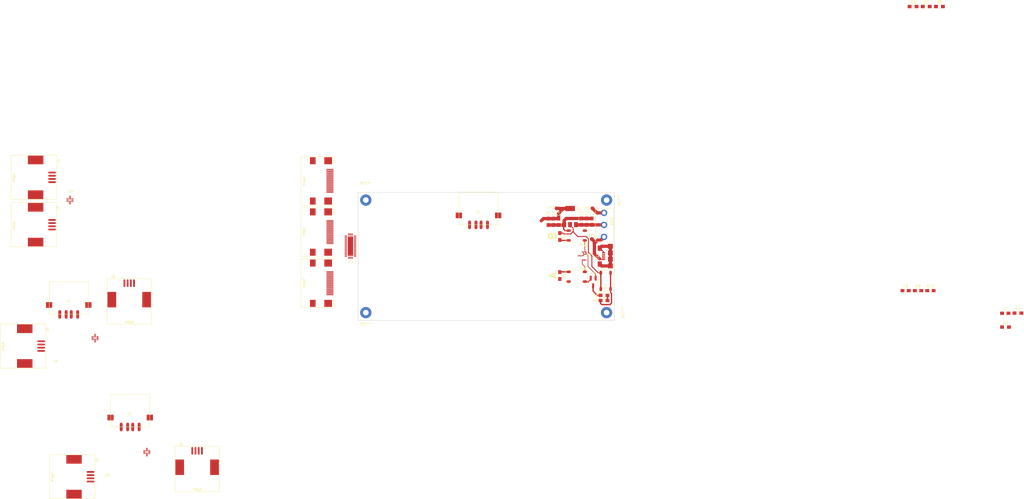
<source format=kicad_pcb>
(kicad_pcb (version 20171130) (host pcbnew "(2017-12-26 revision 90818afed)-makepkg")

  (general
    (thickness 0.8)
    (drawings 8)
    (tracks 109)
    (zones 0)
    (modules 50)
    (nets 89)
  )

  (page A4)
  (layers
    (0 F.Cu signal)
    (31 B.Cu signal)
    (34 B.Paste user)
    (35 F.Paste user)
    (36 B.SilkS user)
    (37 F.SilkS user)
    (38 B.Mask user)
    (39 F.Mask user)
    (40 Dwgs.User user)
    (41 Cmts.User user)
    (44 Edge.Cuts user)
  )

  (setup
    (last_trace_width 0.1524)
    (user_trace_width 0.1524)
    (user_trace_width 0.2032)
    (user_trace_width 0.254)
    (user_trace_width 0.3048)
    (user_trace_width 0.381)
    (user_trace_width 0.508)
    (user_trace_width 0.762)
    (user_trace_width 1.27)
    (trace_clearance 0.2032)
    (zone_clearance 0.508)
    (zone_45_only no)
    (trace_min 0.1524)
    (segment_width 0.2)
    (edge_width 0.15)
    (via_size 0.8)
    (via_drill 0.4)
    (via_min_size 0.4)
    (via_min_drill 0.3)
    (uvia_size 0.3)
    (uvia_drill 0.1)
    (uvias_allowed no)
    (uvia_min_size 0.2)
    (uvia_min_drill 0.1)
    (pcb_text_width 0.3)
    (pcb_text_size 1.5 1.5)
    (mod_edge_width 0.15)
    (mod_text_size 1 1)
    (mod_text_width 0.15)
    (pad_size 1.524 1.524)
    (pad_drill 0.762)
    (pad_to_mask_clearance 0.2)
    (aux_axis_origin 94.75 116.55)
    (grid_origin 94.75 116.55)
    (visible_elements 7FFFFFFF)
    (pcbplotparams
      (layerselection 0x010fc_ffffffff)
      (usegerberextensions false)
      (usegerberattributes false)
      (usegerberadvancedattributes false)
      (creategerberjobfile false)
      (excludeedgelayer true)
      (linewidth 0.100000)
      (plotframeref false)
      (viasonmask false)
      (mode 1)
      (useauxorigin false)
      (hpglpennumber 1)
      (hpglpenspeed 20)
      (hpglpendiameter 15)
      (psnegative false)
      (psa4output false)
      (plotreference true)
      (plotvalue true)
      (plotinvisibletext false)
      (padsonsilk false)
      (subtractmaskfromsilk false)
      (outputformat 1)
      (mirror false)
      (drillshape 1)
      (scaleselection 1)
      (outputdirectory ""))
  )

  (net 0 "")
  (net 1 GND)
  (net 2 "Net-(D1-Pad2)")
  (net 3 "Net-(D1-Pad1)")
  (net 4 +5VD)
  (net 5 /USB/USB1-)
  (net 6 /USB/USB1+)
  (net 7 /USB/USB2+)
  (net 8 /USB/USB2-)
  (net 9 /USB/USB3-)
  (net 10 /USB/USB3+)
  (net 11 /USB/USB1A-)
  (net 12 "Net-(J4-Pad1)")
  (net 13 /USB/USB1A+)
  (net 14 /USB/USB2A+)
  (net 15 /USB/USB2A-)
  (net 16 "Net-(J5-Pad1)")
  (net 17 /USB/USB3A+)
  (net 18 /USB/USB3A-)
  (net 19 "Net-(J6-Pad1)")
  (net 20 /USB/USB1B-)
  (net 21 "Net-(J7-Pad1)")
  (net 22 /USB/USB1B+)
  (net 23 /USB/USB2B+)
  (net 24 /USB/USB2B-)
  (net 25 "Net-(J8-Pad1)")
  (net 26 /USB/USB3B-)
  (net 27 "Net-(J9-Pad1)")
  (net 28 /USB/USB3B+)
  (net 29 +5V)
  (net 30 "Net-(J10-Pad2)")
  (net 31 "Net-(J10-Pad3)")
  (net 32 "Net-(J10-Pad4)")
  (net 33 /HDMI/D2+)
  (net 34 /HDMI/D2-)
  (net 35 /HDMI/D1+)
  (net 36 /HDMI/D1-)
  (net 37 /HDMI/D0+)
  (net 38 /HDMI/D0-)
  (net 39 /HDMI/CLK+)
  (net 40 /HDMI/CLK-)
  (net 41 /HDMI/CEC)
  (net 42 "Net-(J11-Pad14)")
  (net 43 /HDMI/SCL)
  (net 44 /HDMI/SDA)
  (net 45 /HDMI/HPD)
  (net 46 /HDMI/D2A+)
  (net 47 /HDMI/D2A-)
  (net 48 /HDMI/D1A+)
  (net 49 /HDMI/D1A-)
  (net 50 /HDMI/D0A+)
  (net 51 /HDMI/D0A-)
  (net 52 /HDMI/CLKA+)
  (net 53 /HDMI/CLKA-)
  (net 54 /HDMI/CECA)
  (net 55 "Net-(J12-Pad14)")
  (net 56 /HDMI/SCLA)
  (net 57 /HDMI/SDAA)
  (net 58 /HDMI/HPDB)
  (net 59 /HDMI/SDAB)
  (net 60 /HDMI/SCLB)
  (net 61 "Net-(J13-Pad14)")
  (net 62 /HDMI/CECB)
  (net 63 /HDMI/CLKB-)
  (net 64 /HDMI/CLKB+)
  (net 65 /HDMI/D0B-)
  (net 66 /HDMI/D0B+)
  (net 67 /HDMI/D1B-)
  (net 68 /HDMI/D1B+)
  (net 69 /HDMI/D2B-)
  (net 70 /HDMI/D2B+)
  (net 71 CTRL)
  (net 72 "Net-(R1-Pad1)")
  (net 73 "Net-(R2-Pad2)")
  (net 74 "Net-(R3-Pad1)")
  (net 75 "Net-(R4-Pad1)")
  (net 76 "Net-(R5-Pad1)")
  (net 77 "Net-(U1-Pad9)")
  (net 78 "Net-(U1-Pad30)")
  (net 79 /HDMI/HPDA)
  (net 80 "Net-(U3-Pad2)")
  (net 81 +5VA)
  (net 82 VCC)
  (net 83 "Net-(U4-Pad8)")
  (net 84 "Net-(U4-Pad7)")
  (net 85 "Net-(U5-Pad7)")
  (net 86 "Net-(U5-Pad8)")
  (net 87 "Net-(U6-Pad8)")
  (net 88 "Net-(U6-Pad7)")

  (net_class Default "This is the default net class."
    (clearance 0.2032)
    (trace_width 0.254)
    (via_dia 0.8)
    (via_drill 0.4)
    (uvia_dia 0.3)
    (uvia_drill 0.1)
    (diff_pair_gap 0.1524)
    (diff_pair_width 0.2032)
    (add_net +5V)
    (add_net +5VA)
    (add_net +5VD)
    (add_net /HDMI/CEC)
    (add_net /HDMI/CECA)
    (add_net /HDMI/CECB)
    (add_net /HDMI/CLK+)
    (add_net /HDMI/CLK-)
    (add_net /HDMI/CLKA+)
    (add_net /HDMI/CLKA-)
    (add_net /HDMI/CLKB+)
    (add_net /HDMI/CLKB-)
    (add_net /HDMI/D0+)
    (add_net /HDMI/D0-)
    (add_net /HDMI/D0A+)
    (add_net /HDMI/D0A-)
    (add_net /HDMI/D0B+)
    (add_net /HDMI/D0B-)
    (add_net /HDMI/D1+)
    (add_net /HDMI/D1-)
    (add_net /HDMI/D1A+)
    (add_net /HDMI/D1A-)
    (add_net /HDMI/D1B+)
    (add_net /HDMI/D1B-)
    (add_net /HDMI/D2+)
    (add_net /HDMI/D2-)
    (add_net /HDMI/D2A+)
    (add_net /HDMI/D2A-)
    (add_net /HDMI/D2B+)
    (add_net /HDMI/D2B-)
    (add_net /HDMI/HPD)
    (add_net /HDMI/HPDA)
    (add_net /HDMI/HPDB)
    (add_net /HDMI/SCL)
    (add_net /HDMI/SCLA)
    (add_net /HDMI/SCLB)
    (add_net /HDMI/SDA)
    (add_net /HDMI/SDAA)
    (add_net /HDMI/SDAB)
    (add_net /USB/USB1+)
    (add_net /USB/USB1-)
    (add_net /USB/USB1A+)
    (add_net /USB/USB1A-)
    (add_net /USB/USB1B+)
    (add_net /USB/USB1B-)
    (add_net /USB/USB2+)
    (add_net /USB/USB2-)
    (add_net /USB/USB2A+)
    (add_net /USB/USB2A-)
    (add_net /USB/USB2B+)
    (add_net /USB/USB2B-)
    (add_net /USB/USB3+)
    (add_net /USB/USB3-)
    (add_net /USB/USB3A+)
    (add_net /USB/USB3A-)
    (add_net /USB/USB3B+)
    (add_net /USB/USB3B-)
    (add_net CTRL)
    (add_net GND)
    (add_net "Net-(D1-Pad1)")
    (add_net "Net-(D1-Pad2)")
    (add_net "Net-(J10-Pad2)")
    (add_net "Net-(J10-Pad3)")
    (add_net "Net-(J10-Pad4)")
    (add_net "Net-(J11-Pad14)")
    (add_net "Net-(J12-Pad14)")
    (add_net "Net-(J13-Pad14)")
    (add_net "Net-(J4-Pad1)")
    (add_net "Net-(J5-Pad1)")
    (add_net "Net-(J6-Pad1)")
    (add_net "Net-(J7-Pad1)")
    (add_net "Net-(J8-Pad1)")
    (add_net "Net-(J9-Pad1)")
    (add_net "Net-(R1-Pad1)")
    (add_net "Net-(R2-Pad2)")
    (add_net "Net-(R3-Pad1)")
    (add_net "Net-(R4-Pad1)")
    (add_net "Net-(R5-Pad1)")
    (add_net "Net-(U1-Pad30)")
    (add_net "Net-(U1-Pad9)")
    (add_net "Net-(U3-Pad2)")
    (add_net "Net-(U4-Pad7)")
    (add_net "Net-(U4-Pad8)")
    (add_net "Net-(U5-Pad7)")
    (add_net "Net-(U5-Pad8)")
    (add_net "Net-(U6-Pad7)")
    (add_net "Net-(U6-Pad8)")
    (add_net VCC)
  )

  (module Mounting_Holes:MountingHole_2.2mm_M2_Pad (layer F.Cu) (tedit 56D1B4CB) (tstamp 5A486C45)
    (at 97.75 113.55)
    (descr "Mounting Hole 2.2mm, M2")
    (tags "mounting hole 2.2mm m2")
    (attr virtual)
    (fp_text reference REF** (at 0 4.5) (layer F.SilkS)
      (effects (font (size 1 1) (thickness 0.15)))
    )
    (fp_text value MountingHole_2.2mm_M2_Pad (at 0 3.2) (layer F.Fab)
      (effects (font (size 1 1) (thickness 0.15)))
    )
    (fp_circle (center 0 0) (end 2.45 0) (layer F.CrtYd) (width 0.05))
    (fp_circle (center 0 0) (end 2.2 0) (layer Cmts.User) (width 0.15))
    (fp_text user %R (at 0.3 0) (layer F.Fab)
      (effects (font (size 1 1) (thickness 0.15)))
    )
    (pad 1 thru_hole circle (at 0 0) (size 4.4 4.4) (drill 2.2) (layers *.Cu *.Mask))
  )

  (module Mounting_Holes:MountingHole_2.2mm_M2_Pad (layer F.Cu) (tedit 56D1B4CB) (tstamp 5A486C37)
    (at 97.75 69.55)
    (descr "Mounting Hole 2.2mm, M2")
    (tags "mounting hole 2.2mm m2")
    (attr virtual)
    (fp_text reference REF** (at 0 -6.5) (layer F.SilkS)
      (effects (font (size 1 1) (thickness 0.15)))
    )
    (fp_text value MountingHole_2.2mm_M2_Pad (at 0 3.2) (layer F.Fab)
      (effects (font (size 1 1) (thickness 0.15)))
    )
    (fp_text user %R (at 0.3 0) (layer F.Fab)
      (effects (font (size 1 1) (thickness 0.15)))
    )
    (fp_circle (center 0 0) (end 2.2 0) (layer Cmts.User) (width 0.15))
    (fp_circle (center 0 0) (end 2.45 0) (layer F.CrtYd) (width 0.05))
    (pad 1 thru_hole circle (at 0 0) (size 4.4 4.4) (drill 2.2) (layers *.Cu *.Mask))
  )

  (module Mounting_Holes:MountingHole_2.2mm_M2_Pad (layer F.Cu) (tedit 5A4953D7) (tstamp 5A486C29)
    (at 191.75 113.55 90)
    (descr "Mounting Hole 2.2mm, M2")
    (tags "mounting hole 2.2mm m2")
    (attr virtual)
    (fp_text reference REF** (at 0 6.5 90) (layer F.SilkS)
      (effects (font (size 1 1) (thickness 0.15)))
    )
    (fp_text value MountingHole_2.2mm_M2_Pad (at 0 3.2 90) (layer F.Fab)
      (effects (font (size 1 1) (thickness 0.15)))
    )
    (fp_circle (center 0 0) (end 2.45 0) (layer F.CrtYd) (width 0.05))
    (fp_circle (center 0 0) (end 2.2 0) (layer Cmts.User) (width 0.15))
    (fp_text user %R (at 0.3 0 90) (layer F.Fab)
      (effects (font (size 1 1) (thickness 0.15)))
    )
    (pad 1 thru_hole circle (at 0 0 90) (size 4.4 4.4) (drill 2.2) (layers *.Cu *.Mask))
  )

  (module Capacitors_SMD:C_0805_HandSoldering (layer F.Cu) (tedit 58AA84A8) (tstamp 5A47BF66)
    (at 182 78 90)
    (descr "Capacitor SMD 0805, hand soldering")
    (tags "capacitor 0805")
    (path /5A477DAF)
    (attr smd)
    (fp_text reference C1 (at 3.2 0 90) (layer F.SilkS)
      (effects (font (size 1 1) (thickness 0.15)))
    )
    (fp_text value 0.1uF (at 0 1.75 90) (layer F.Fab)
      (effects (font (size 1 1) (thickness 0.15)))
    )
    (fp_text user %R (at 0 -1.75 90) (layer F.Fab)
      (effects (font (size 1 1) (thickness 0.15)))
    )
    (fp_line (start -1 0.62) (end -1 -0.62) (layer F.Fab) (width 0.1))
    (fp_line (start 1 0.62) (end -1 0.62) (layer F.Fab) (width 0.1))
    (fp_line (start 1 -0.62) (end 1 0.62) (layer F.Fab) (width 0.1))
    (fp_line (start -1 -0.62) (end 1 -0.62) (layer F.Fab) (width 0.1))
    (fp_line (start 0.5 -0.85) (end -0.5 -0.85) (layer F.SilkS) (width 0.12))
    (fp_line (start -0.5 0.85) (end 0.5 0.85) (layer F.SilkS) (width 0.12))
    (fp_line (start -2.25 -0.88) (end 2.25 -0.88) (layer F.CrtYd) (width 0.05))
    (fp_line (start -2.25 -0.88) (end -2.25 0.87) (layer F.CrtYd) (width 0.05))
    (fp_line (start 2.25 0.87) (end 2.25 -0.88) (layer F.CrtYd) (width 0.05))
    (fp_line (start 2.25 0.87) (end -2.25 0.87) (layer F.CrtYd) (width 0.05))
    (pad 1 smd rect (at -1.25 0 90) (size 1.5 1.25) (layers F.Cu F.Paste F.Mask)
      (net 29 +5V))
    (pad 2 smd rect (at 1.25 0 90) (size 1.5 1.25) (layers F.Cu F.Paste F.Mask)
      (net 1 GND))
    (model Capacitors_SMD.3dshapes/C_0805.wrl
      (at (xyz 0 0 0))
      (scale (xyz 1 1 1))
      (rotate (xyz 0 0 0))
    )
  )

  (module Capacitors_SMD:C_0805_HandSoldering (layer F.Cu) (tedit 58AA84A8) (tstamp 5A47BF77)
    (at 184 78 90)
    (descr "Capacitor SMD 0805, hand soldering")
    (tags "capacitor 0805")
    (path /5A477D18)
    (attr smd)
    (fp_text reference C2 (at 3.2 0 90) (layer F.SilkS)
      (effects (font (size 1 1) (thickness 0.15)))
    )
    (fp_text value 1uF (at 0 1.75 90) (layer F.Fab)
      (effects (font (size 1 1) (thickness 0.15)))
    )
    (fp_line (start 2.25 0.87) (end -2.25 0.87) (layer F.CrtYd) (width 0.05))
    (fp_line (start 2.25 0.87) (end 2.25 -0.88) (layer F.CrtYd) (width 0.05))
    (fp_line (start -2.25 -0.88) (end -2.25 0.87) (layer F.CrtYd) (width 0.05))
    (fp_line (start -2.25 -0.88) (end 2.25 -0.88) (layer F.CrtYd) (width 0.05))
    (fp_line (start -0.5 0.85) (end 0.5 0.85) (layer F.SilkS) (width 0.12))
    (fp_line (start 0.5 -0.85) (end -0.5 -0.85) (layer F.SilkS) (width 0.12))
    (fp_line (start -1 -0.62) (end 1 -0.62) (layer F.Fab) (width 0.1))
    (fp_line (start 1 -0.62) (end 1 0.62) (layer F.Fab) (width 0.1))
    (fp_line (start 1 0.62) (end -1 0.62) (layer F.Fab) (width 0.1))
    (fp_line (start -1 0.62) (end -1 -0.62) (layer F.Fab) (width 0.1))
    (fp_text user %R (at 0 -1.75 90) (layer F.Fab)
      (effects (font (size 1 1) (thickness 0.15)))
    )
    (pad 2 smd rect (at 1.25 0 90) (size 1.5 1.25) (layers F.Cu F.Paste F.Mask)
      (net 1 GND))
    (pad 1 smd rect (at -1.25 0 90) (size 1.5 1.25) (layers F.Cu F.Paste F.Mask)
      (net 29 +5V))
    (model Capacitors_SMD.3dshapes/C_0805.wrl
      (at (xyz 0 0 0))
      (scale (xyz 1 1 1))
      (rotate (xyz 0 0 0))
    )
  )

  (module Capacitors_SMD:C_0805_HandSoldering (layer F.Cu) (tedit 58AA84A8) (tstamp 5A47BF88)
    (at 186 78 90)
    (descr "Capacitor SMD 0805, hand soldering")
    (tags "capacitor 0805")
    (path /5A476F54)
    (attr smd)
    (fp_text reference C3 (at 3.2 0 90) (layer F.SilkS)
      (effects (font (size 1 1) (thickness 0.15)))
    )
    (fp_text value 4.7uF (at 0 1.75 90) (layer F.Fab)
      (effects (font (size 1 1) (thickness 0.15)))
    )
    (fp_line (start 2.25 0.87) (end -2.25 0.87) (layer F.CrtYd) (width 0.05))
    (fp_line (start 2.25 0.87) (end 2.25 -0.88) (layer F.CrtYd) (width 0.05))
    (fp_line (start -2.25 -0.88) (end -2.25 0.87) (layer F.CrtYd) (width 0.05))
    (fp_line (start -2.25 -0.88) (end 2.25 -0.88) (layer F.CrtYd) (width 0.05))
    (fp_line (start -0.5 0.85) (end 0.5 0.85) (layer F.SilkS) (width 0.12))
    (fp_line (start 0.5 -0.85) (end -0.5 -0.85) (layer F.SilkS) (width 0.12))
    (fp_line (start -1 -0.62) (end 1 -0.62) (layer F.Fab) (width 0.1))
    (fp_line (start 1 -0.62) (end 1 0.62) (layer F.Fab) (width 0.1))
    (fp_line (start 1 0.62) (end -1 0.62) (layer F.Fab) (width 0.1))
    (fp_line (start -1 0.62) (end -1 -0.62) (layer F.Fab) (width 0.1))
    (fp_text user %R (at 0 -1.75 90) (layer F.Fab)
      (effects (font (size 1 1) (thickness 0.15)))
    )
    (pad 2 smd rect (at 1.25 0 90) (size 1.5 1.25) (layers F.Cu F.Paste F.Mask)
      (net 1 GND))
    (pad 1 smd rect (at -1.25 0 90) (size 1.5 1.25) (layers F.Cu F.Paste F.Mask)
      (net 29 +5V))
    (model Capacitors_SMD.3dshapes/C_0805.wrl
      (at (xyz 0 0 0))
      (scale (xyz 1 1 1))
      (rotate (xyz 0 0 0))
    )
  )

  (module Capacitors_SMD:C_0805_HandSoldering (layer F.Cu) (tedit 58AA84A8) (tstamp 5A4864C9)
    (at 173 78.05 270)
    (descr "Capacitor SMD 0805, hand soldering")
    (tags "capacitor 0805")
    (path /5A476F7C)
    (attr smd)
    (fp_text reference C4 (at -3.25 0 270) (layer F.SilkS)
      (effects (font (size 1 1) (thickness 0.15)))
    )
    (fp_text value 10uF (at 0 1.75 270) (layer F.Fab)
      (effects (font (size 1 1) (thickness 0.15)))
    )
    (fp_text user %R (at 0 -1.75 270) (layer F.Fab)
      (effects (font (size 1 1) (thickness 0.15)))
    )
    (fp_line (start -1 0.62) (end -1 -0.62) (layer F.Fab) (width 0.1))
    (fp_line (start 1 0.62) (end -1 0.62) (layer F.Fab) (width 0.1))
    (fp_line (start 1 -0.62) (end 1 0.62) (layer F.Fab) (width 0.1))
    (fp_line (start -1 -0.62) (end 1 -0.62) (layer F.Fab) (width 0.1))
    (fp_line (start 0.5 -0.85) (end -0.5 -0.85) (layer F.SilkS) (width 0.12))
    (fp_line (start -0.5 0.85) (end 0.5 0.85) (layer F.SilkS) (width 0.12))
    (fp_line (start -2.25 -0.88) (end 2.25 -0.88) (layer F.CrtYd) (width 0.05))
    (fp_line (start -2.25 -0.88) (end -2.25 0.87) (layer F.CrtYd) (width 0.05))
    (fp_line (start 2.25 0.87) (end 2.25 -0.88) (layer F.CrtYd) (width 0.05))
    (fp_line (start 2.25 0.87) (end -2.25 0.87) (layer F.CrtYd) (width 0.05))
    (pad 1 smd rect (at -1.25 0 270) (size 1.5 1.25) (layers F.Cu F.Paste F.Mask)
      (net 82 VCC))
    (pad 2 smd rect (at 1.25 0 270) (size 1.5 1.25) (layers F.Cu F.Paste F.Mask)
      (net 1 GND))
    (model Capacitors_SMD.3dshapes/C_0805.wrl
      (at (xyz 0 0 0))
      (scale (xyz 1 1 1))
      (rotate (xyz 0 0 0))
    )
  )

  (module Capacitors_SMD:C_0805_HandSoldering (layer F.Cu) (tedit 58AA84A8) (tstamp 5A47BFAA)
    (at 171 78.05 270)
    (descr "Capacitor SMD 0805, hand soldering")
    (tags "capacitor 0805")
    (path /5A477360)
    (attr smd)
    (fp_text reference C5 (at -3.25 0 270) (layer F.SilkS)
      (effects (font (size 1 1) (thickness 0.15)))
    )
    (fp_text value 1uF (at 0 1.75 270) (layer F.Fab)
      (effects (font (size 1 1) (thickness 0.15)))
    )
    (fp_line (start 2.25 0.87) (end -2.25 0.87) (layer F.CrtYd) (width 0.05))
    (fp_line (start 2.25 0.87) (end 2.25 -0.88) (layer F.CrtYd) (width 0.05))
    (fp_line (start -2.25 -0.88) (end -2.25 0.87) (layer F.CrtYd) (width 0.05))
    (fp_line (start -2.25 -0.88) (end 2.25 -0.88) (layer F.CrtYd) (width 0.05))
    (fp_line (start -0.5 0.85) (end 0.5 0.85) (layer F.SilkS) (width 0.12))
    (fp_line (start 0.5 -0.85) (end -0.5 -0.85) (layer F.SilkS) (width 0.12))
    (fp_line (start -1 -0.62) (end 1 -0.62) (layer F.Fab) (width 0.1))
    (fp_line (start 1 -0.62) (end 1 0.62) (layer F.Fab) (width 0.1))
    (fp_line (start 1 0.62) (end -1 0.62) (layer F.Fab) (width 0.1))
    (fp_line (start -1 0.62) (end -1 -0.62) (layer F.Fab) (width 0.1))
    (fp_text user %R (at 0 -1.75 270) (layer F.Fab)
      (effects (font (size 1 1) (thickness 0.15)))
    )
    (pad 2 smd rect (at 1.25 0 270) (size 1.5 1.25) (layers F.Cu F.Paste F.Mask)
      (net 1 GND))
    (pad 1 smd rect (at -1.25 0 270) (size 1.5 1.25) (layers F.Cu F.Paste F.Mask)
      (net 82 VCC))
    (model Capacitors_SMD.3dshapes/C_0805.wrl
      (at (xyz 0 0 0))
      (scale (xyz 1 1 1))
      (rotate (xyz 0 0 0))
    )
  )

  (module Capacitors_SMD:C_0805_HandSoldering (layer F.Cu) (tedit 58AA84A8) (tstamp 5A47BFBB)
    (at 169 78.05 270)
    (descr "Capacitor SMD 0805, hand soldering")
    (tags "capacitor 0805")
    (path /5A477386)
    (attr smd)
    (fp_text reference C6 (at -3.25 0 270) (layer F.SilkS)
      (effects (font (size 1 1) (thickness 0.15)))
    )
    (fp_text value 0.1uF (at 0 1.75 270) (layer F.Fab)
      (effects (font (size 1 1) (thickness 0.15)))
    )
    (fp_text user %R (at 0 -1.75 270) (layer F.Fab)
      (effects (font (size 1 1) (thickness 0.15)))
    )
    (fp_line (start -1 0.62) (end -1 -0.62) (layer F.Fab) (width 0.1))
    (fp_line (start 1 0.62) (end -1 0.62) (layer F.Fab) (width 0.1))
    (fp_line (start 1 -0.62) (end 1 0.62) (layer F.Fab) (width 0.1))
    (fp_line (start -1 -0.62) (end 1 -0.62) (layer F.Fab) (width 0.1))
    (fp_line (start 0.5 -0.85) (end -0.5 -0.85) (layer F.SilkS) (width 0.12))
    (fp_line (start -0.5 0.85) (end 0.5 0.85) (layer F.SilkS) (width 0.12))
    (fp_line (start -2.25 -0.88) (end 2.25 -0.88) (layer F.CrtYd) (width 0.05))
    (fp_line (start -2.25 -0.88) (end -2.25 0.87) (layer F.CrtYd) (width 0.05))
    (fp_line (start 2.25 0.87) (end 2.25 -0.88) (layer F.CrtYd) (width 0.05))
    (fp_line (start 2.25 0.87) (end -2.25 0.87) (layer F.CrtYd) (width 0.05))
    (pad 1 smd rect (at -1.25 0 270) (size 1.5 1.25) (layers F.Cu F.Paste F.Mask)
      (net 82 VCC))
    (pad 2 smd rect (at 1.25 0 270) (size 1.5 1.25) (layers F.Cu F.Paste F.Mask)
      (net 1 GND))
    (model Capacitors_SMD.3dshapes/C_0805.wrl
      (at (xyz 0 0 0))
      (scale (xyz 1 1 1))
      (rotate (xyz 0 0 0))
    )
  )

  (module Capacitors_SMD:C_0805_HandSoldering (layer F.Cu) (tedit 58AA84A8) (tstamp 5A47BFCC)
    (at 347.397401 113.7899)
    (descr "Capacitor SMD 0805, hand soldering")
    (tags "capacitor 0805")
    (path /5A441847/5A44706C)
    (attr smd)
    (fp_text reference C7 (at 0 -1.75) (layer F.SilkS)
      (effects (font (size 1 1) (thickness 0.15)))
    )
    (fp_text value 0.1uF (at 0 1.75) (layer F.Fab)
      (effects (font (size 1 1) (thickness 0.15)))
    )
    (fp_line (start 2.25 0.87) (end -2.25 0.87) (layer F.CrtYd) (width 0.05))
    (fp_line (start 2.25 0.87) (end 2.25 -0.88) (layer F.CrtYd) (width 0.05))
    (fp_line (start -2.25 -0.88) (end -2.25 0.87) (layer F.CrtYd) (width 0.05))
    (fp_line (start -2.25 -0.88) (end 2.25 -0.88) (layer F.CrtYd) (width 0.05))
    (fp_line (start -0.5 0.85) (end 0.5 0.85) (layer F.SilkS) (width 0.12))
    (fp_line (start 0.5 -0.85) (end -0.5 -0.85) (layer F.SilkS) (width 0.12))
    (fp_line (start -1 -0.62) (end 1 -0.62) (layer F.Fab) (width 0.1))
    (fp_line (start 1 -0.62) (end 1 0.62) (layer F.Fab) (width 0.1))
    (fp_line (start 1 0.62) (end -1 0.62) (layer F.Fab) (width 0.1))
    (fp_line (start -1 0.62) (end -1 -0.62) (layer F.Fab) (width 0.1))
    (fp_text user %R (at 0 -1.75) (layer F.Fab)
      (effects (font (size 1 1) (thickness 0.15)))
    )
    (pad 2 smd rect (at 1.25 0) (size 1.5 1.25) (layers F.Cu F.Paste F.Mask)
      (net 1 GND))
    (pad 1 smd rect (at -1.25 0) (size 1.5 1.25) (layers F.Cu F.Paste F.Mask)
      (net 82 VCC))
    (model Capacitors_SMD.3dshapes/C_0805.wrl
      (at (xyz 0 0 0))
      (scale (xyz 1 1 1))
      (rotate (xyz 0 0 0))
    )
  )

  (module Capacitors_SMD:C_0805_HandSoldering (layer F.Cu) (tedit 58AA84A8) (tstamp 5A47BFDD)
    (at 313.347401 104.9499)
    (descr "Capacitor SMD 0805, hand soldering")
    (tags "capacitor 0805")
    (path /5A441860/5A477518)
    (attr smd)
    (fp_text reference C8 (at 0 -1.75) (layer F.SilkS)
      (effects (font (size 1 1) (thickness 0.15)))
    )
    (fp_text value 0.1uF (at 0 1.75) (layer F.Fab)
      (effects (font (size 1 1) (thickness 0.15)))
    )
    (fp_text user %R (at 0 -1.75) (layer F.Fab)
      (effects (font (size 1 1) (thickness 0.15)))
    )
    (fp_line (start -1 0.62) (end -1 -0.62) (layer F.Fab) (width 0.1))
    (fp_line (start 1 0.62) (end -1 0.62) (layer F.Fab) (width 0.1))
    (fp_line (start 1 -0.62) (end 1 0.62) (layer F.Fab) (width 0.1))
    (fp_line (start -1 -0.62) (end 1 -0.62) (layer F.Fab) (width 0.1))
    (fp_line (start 0.5 -0.85) (end -0.5 -0.85) (layer F.SilkS) (width 0.12))
    (fp_line (start -0.5 0.85) (end 0.5 0.85) (layer F.SilkS) (width 0.12))
    (fp_line (start -2.25 -0.88) (end 2.25 -0.88) (layer F.CrtYd) (width 0.05))
    (fp_line (start -2.25 -0.88) (end -2.25 0.87) (layer F.CrtYd) (width 0.05))
    (fp_line (start 2.25 0.87) (end 2.25 -0.88) (layer F.CrtYd) (width 0.05))
    (fp_line (start 2.25 0.87) (end -2.25 0.87) (layer F.CrtYd) (width 0.05))
    (pad 1 smd rect (at -1.25 0) (size 1.5 1.25) (layers F.Cu F.Paste F.Mask)
      (net 82 VCC))
    (pad 2 smd rect (at 1.25 0) (size 1.5 1.25) (layers F.Cu F.Paste F.Mask)
      (net 1 GND))
    (model Capacitors_SMD.3dshapes/C_0805.wrl
      (at (xyz 0 0 0))
      (scale (xyz 1 1 1))
      (rotate (xyz 0 0 0))
    )
  )

  (module Capacitors_SMD:C_0805_HandSoldering (layer F.Cu) (tedit 58AA84A8) (tstamp 5A47BFEE)
    (at 308.497401 104.9499)
    (descr "Capacitor SMD 0805, hand soldering")
    (tags "capacitor 0805")
    (path /5A441860/5A4A4117)
    (attr smd)
    (fp_text reference C9 (at 0 -1.75) (layer F.SilkS)
      (effects (font (size 1 1) (thickness 0.15)))
    )
    (fp_text value 0.1uF (at 0 1.75) (layer F.Fab)
      (effects (font (size 1 1) (thickness 0.15)))
    )
    (fp_line (start 2.25 0.87) (end -2.25 0.87) (layer F.CrtYd) (width 0.05))
    (fp_line (start 2.25 0.87) (end 2.25 -0.88) (layer F.CrtYd) (width 0.05))
    (fp_line (start -2.25 -0.88) (end -2.25 0.87) (layer F.CrtYd) (width 0.05))
    (fp_line (start -2.25 -0.88) (end 2.25 -0.88) (layer F.CrtYd) (width 0.05))
    (fp_line (start -0.5 0.85) (end 0.5 0.85) (layer F.SilkS) (width 0.12))
    (fp_line (start 0.5 -0.85) (end -0.5 -0.85) (layer F.SilkS) (width 0.12))
    (fp_line (start -1 -0.62) (end 1 -0.62) (layer F.Fab) (width 0.1))
    (fp_line (start 1 -0.62) (end 1 0.62) (layer F.Fab) (width 0.1))
    (fp_line (start 1 0.62) (end -1 0.62) (layer F.Fab) (width 0.1))
    (fp_line (start -1 0.62) (end -1 -0.62) (layer F.Fab) (width 0.1))
    (fp_text user %R (at 0 -1.75) (layer F.Fab)
      (effects (font (size 1 1) (thickness 0.15)))
    )
    (pad 2 smd rect (at 1.25 0) (size 1.5 1.25) (layers F.Cu F.Paste F.Mask)
      (net 1 GND))
    (pad 1 smd rect (at -1.25 0) (size 1.5 1.25) (layers F.Cu F.Paste F.Mask)
      (net 82 VCC))
    (model Capacitors_SMD.3dshapes/C_0805.wrl
      (at (xyz 0 0 0))
      (scale (xyz 1 1 1))
      (rotate (xyz 0 0 0))
    )
  )

  (module Capacitors_SMD:C_0805_HandSoldering (layer F.Cu) (tedit 58AA84A8) (tstamp 5A47BFFF)
    (at 318.197401 104.9499)
    (descr "Capacitor SMD 0805, hand soldering")
    (tags "capacitor 0805")
    (path /5A441860/5A4A4AB3)
    (attr smd)
    (fp_text reference C10 (at 0 -1.75) (layer F.SilkS)
      (effects (font (size 1 1) (thickness 0.15)))
    )
    (fp_text value 0.1uF (at 0 1.75) (layer F.Fab)
      (effects (font (size 1 1) (thickness 0.15)))
    )
    (fp_text user %R (at 0 -1.75) (layer F.Fab)
      (effects (font (size 1 1) (thickness 0.15)))
    )
    (fp_line (start -1 0.62) (end -1 -0.62) (layer F.Fab) (width 0.1))
    (fp_line (start 1 0.62) (end -1 0.62) (layer F.Fab) (width 0.1))
    (fp_line (start 1 -0.62) (end 1 0.62) (layer F.Fab) (width 0.1))
    (fp_line (start -1 -0.62) (end 1 -0.62) (layer F.Fab) (width 0.1))
    (fp_line (start 0.5 -0.85) (end -0.5 -0.85) (layer F.SilkS) (width 0.12))
    (fp_line (start -0.5 0.85) (end 0.5 0.85) (layer F.SilkS) (width 0.12))
    (fp_line (start -2.25 -0.88) (end 2.25 -0.88) (layer F.CrtYd) (width 0.05))
    (fp_line (start -2.25 -0.88) (end -2.25 0.87) (layer F.CrtYd) (width 0.05))
    (fp_line (start 2.25 0.87) (end 2.25 -0.88) (layer F.CrtYd) (width 0.05))
    (fp_line (start 2.25 0.87) (end -2.25 0.87) (layer F.CrtYd) (width 0.05))
    (pad 1 smd rect (at -1.25 0) (size 1.5 1.25) (layers F.Cu F.Paste F.Mask)
      (net 82 VCC))
    (pad 2 smd rect (at 1.25 0) (size 1.5 1.25) (layers F.Cu F.Paste F.Mask)
      (net 1 GND))
    (model Capacitors_SMD.3dshapes/C_0805.wrl
      (at (xyz 0 0 0))
      (scale (xyz 1 1 1))
      (rotate (xyz 0 0 0))
    )
  )

  (module LEDs:LED_0805_HandSoldering (layer F.Cu) (tedit 595FCA25) (tstamp 5A47C014)
    (at 190.75 106.8)
    (descr "Resistor SMD 0805, hand soldering")
    (tags "resistor 0805")
    (path /5A48B5A0)
    (attr smd)
    (fp_text reference D1 (at -3.25 0) (layer F.SilkS)
      (effects (font (size 1 1) (thickness 0.15)))
    )
    (fp_text value LED (at 0 1.75) (layer F.Fab)
      (effects (font (size 1 1) (thickness 0.15)))
    )
    (fp_line (start -2.2 -0.75) (end -2.2 0.75) (layer F.SilkS) (width 0.12))
    (fp_line (start 2.35 0.9) (end -2.35 0.9) (layer F.CrtYd) (width 0.05))
    (fp_line (start 2.35 0.9) (end 2.35 -0.9) (layer F.CrtYd) (width 0.05))
    (fp_line (start -2.35 -0.9) (end -2.35 0.9) (layer F.CrtYd) (width 0.05))
    (fp_line (start -2.35 -0.9) (end 2.35 -0.9) (layer F.CrtYd) (width 0.05))
    (fp_line (start -2.2 -0.75) (end 1 -0.75) (layer F.SilkS) (width 0.12))
    (fp_line (start 1 0.75) (end -2.2 0.75) (layer F.SilkS) (width 0.12))
    (fp_line (start -1 -0.62) (end 1 -0.62) (layer F.Fab) (width 0.1))
    (fp_line (start 1 -0.62) (end 1 0.62) (layer F.Fab) (width 0.1))
    (fp_line (start 1 0.62) (end -1 0.62) (layer F.Fab) (width 0.1))
    (fp_line (start -1 0.62) (end -1 -0.62) (layer F.Fab) (width 0.1))
    (fp_line (start 0.2 -0.4) (end 0.2 0.4) (layer F.Fab) (width 0.1))
    (fp_line (start 0.2 0.4) (end -0.4 0) (layer F.Fab) (width 0.1))
    (fp_line (start -0.4 0) (end 0.2 -0.4) (layer F.Fab) (width 0.1))
    (fp_line (start -0.4 -0.4) (end -0.4 0.4) (layer F.Fab) (width 0.1))
    (pad 2 smd rect (at 1.35 0) (size 1.5 1.3) (layers F.Cu F.Paste F.Mask)
      (net 2 "Net-(D1-Pad2)"))
    (pad 1 smd rect (at -1.35 0) (size 1.5 1.3) (layers F.Cu F.Paste F.Mask)
      (net 3 "Net-(D1-Pad1)"))
    (model ${KISYS3DMOD}/LEDs.3dshapes/LED_0805.wrl
      (at (xyz 0 0 0))
      (scale (xyz 1 1 1))
      (rotate (xyz 0 0 0))
    )
  )

  (module Custom:USB_A_SMD (layer F.Cu) (tedit 5A46AF0C) (tstamp 5A47C024)
    (at 141.75 71.55 180)
    (path /5A441860/5A441D63)
    (fp_text reference J1 (at 0.25 -2.54 180) (layer F.SilkS)
      (effects (font (size 1 1) (thickness 0.15)))
    )
    (fp_text value USB_A (at 0 -11.43 180) (layer F.Fab)
      (effects (font (size 1 1) (thickness 0.15)))
    )
    (fp_line (start -7.62 -7.62) (end 7.62 -7.62) (layer F.SilkS) (width 0.15))
    (fp_line (start 7.62 -7.62) (end 7.62 5.08) (layer F.SilkS) (width 0.15))
    (fp_line (start 7.62 5.08) (end -7.62 5.08) (layer F.SilkS) (width 0.15))
    (fp_line (start -7.62 5.08) (end -7.62 -7.62) (layer F.SilkS) (width 0.15))
    (pad 1 smd oval (at -3.5 -7.68 180) (size 1.12 3.39) (layers F.Cu F.Paste F.Mask)
      (net 4 +5VD))
    (pad 2 smd oval (at -1 -7.68 180) (size 1.12 3.39) (layers F.Cu F.Paste F.Mask)
      (net 5 /USB/USB1-))
    (pad 3 smd oval (at 1 -7.68 180) (size 1.12 3.39) (layers F.Cu F.Paste F.Mask)
      (net 6 /USB/USB1+))
    (pad 4 smd oval (at 3.5 -7.68 180) (size 1.12 3.39) (layers F.Cu F.Paste F.Mask)
      (net 1 GND))
    (pad 5 smd rect (at 7.67 -4 180) (size 2.44 2.22) (layers F.Cu F.Paste F.Mask)
      (net 1 GND))
    (pad 5 smd rect (at -7.67 -4 180) (size 2.44 2.22) (layers F.Cu F.Paste F.Mask)
      (net 1 GND))
    (pad "" np_thru_hole circle (at -4.06 0 180) (size 1.1 1.1) (drill 1.1) (layers *.Cu *.Mask))
    (pad "" np_thru_hole circle (at 4.06 0 180) (size 1.1 1.1) (drill 1.1) (layers *.Cu *.Mask))
  )

  (module Custom:USB_A_SMD (layer F.Cu) (tedit 5A46AF0C) (tstamp 5A47C034)
    (at -18.25 106.55 180)
    (path /5A441860/5A441DE1)
    (fp_text reference J2 (at 0.25 -2.54 180) (layer F.SilkS)
      (effects (font (size 1 1) (thickness 0.15)))
    )
    (fp_text value USB_A (at 0 -11.43 180) (layer F.Fab)
      (effects (font (size 1 1) (thickness 0.15)))
    )
    (fp_line (start -7.62 5.08) (end -7.62 -7.62) (layer F.SilkS) (width 0.15))
    (fp_line (start 7.62 5.08) (end -7.62 5.08) (layer F.SilkS) (width 0.15))
    (fp_line (start 7.62 -7.62) (end 7.62 5.08) (layer F.SilkS) (width 0.15))
    (fp_line (start -7.62 -7.62) (end 7.62 -7.62) (layer F.SilkS) (width 0.15))
    (pad "" np_thru_hole circle (at 4.06 0 180) (size 1.1 1.1) (drill 1.1) (layers *.Cu *.Mask))
    (pad "" np_thru_hole circle (at -4.06 0 180) (size 1.1 1.1) (drill 1.1) (layers *.Cu *.Mask))
    (pad 5 smd rect (at -7.67 -4 180) (size 2.44 2.22) (layers F.Cu F.Paste F.Mask)
      (net 1 GND))
    (pad 5 smd rect (at 7.67 -4 180) (size 2.44 2.22) (layers F.Cu F.Paste F.Mask)
      (net 1 GND))
    (pad 4 smd oval (at 3.5 -7.68 180) (size 1.12 3.39) (layers F.Cu F.Paste F.Mask)
      (net 1 GND))
    (pad 3 smd oval (at 1 -7.68 180) (size 1.12 3.39) (layers F.Cu F.Paste F.Mask)
      (net 7 /USB/USB2+))
    (pad 2 smd oval (at -1 -7.68 180) (size 1.12 3.39) (layers F.Cu F.Paste F.Mask)
      (net 8 /USB/USB2-))
    (pad 1 smd oval (at -3.5 -7.68 180) (size 1.12 3.39) (layers F.Cu F.Paste F.Mask)
      (net 4 +5VD))
  )

  (module Custom:USB_A_SMD (layer F.Cu) (tedit 5A46AF0C) (tstamp 5A47C044)
    (at 5.75 150.55 180)
    (path /5A441860/5A441E08)
    (fp_text reference J3 (at 0.25 -2.54 180) (layer F.SilkS)
      (effects (font (size 1 1) (thickness 0.15)))
    )
    (fp_text value USB_A (at 0 -11.43 180) (layer F.Fab)
      (effects (font (size 1 1) (thickness 0.15)))
    )
    (fp_line (start -7.62 -7.62) (end 7.62 -7.62) (layer F.SilkS) (width 0.15))
    (fp_line (start 7.62 -7.62) (end 7.62 5.08) (layer F.SilkS) (width 0.15))
    (fp_line (start 7.62 5.08) (end -7.62 5.08) (layer F.SilkS) (width 0.15))
    (fp_line (start -7.62 5.08) (end -7.62 -7.62) (layer F.SilkS) (width 0.15))
    (pad 1 smd oval (at -3.5 -7.68 180) (size 1.12 3.39) (layers F.Cu F.Paste F.Mask)
      (net 4 +5VD))
    (pad 2 smd oval (at -1 -7.68 180) (size 1.12 3.39) (layers F.Cu F.Paste F.Mask)
      (net 9 /USB/USB3-))
    (pad 3 smd oval (at 1 -7.68 180) (size 1.12 3.39) (layers F.Cu F.Paste F.Mask)
      (net 10 /USB/USB3+))
    (pad 4 smd oval (at 3.5 -7.68 180) (size 1.12 3.39) (layers F.Cu F.Paste F.Mask)
      (net 1 GND))
    (pad 5 smd rect (at 7.67 -4 180) (size 2.44 2.22) (layers F.Cu F.Paste F.Mask)
      (net 1 GND))
    (pad 5 smd rect (at -7.67 -4 180) (size 2.44 2.22) (layers F.Cu F.Paste F.Mask)
      (net 1 GND))
    (pad "" np_thru_hole circle (at -4.06 0 180) (size 1.1 1.1) (drill 1.1) (layers *.Cu *.Mask))
    (pad "" np_thru_hole circle (at 4.06 0 180) (size 1.1 1.1) (drill 1.1) (layers *.Cu *.Mask))
  )

  (module Custom:USB_B_SMD (layer F.Cu) (tedit 5A46C7C0) (tstamp 5A47C055)
    (at -24.75 62.55 270)
    (path /5A441860/5A441A49)
    (fp_text reference J4 (at -8.25 -2.5 270) (layer F.SilkS)
      (effects (font (size 1 1) (thickness 0.15)))
    )
    (fp_text value USB_B (at -1.5 13.5 270) (layer F.Fab)
      (effects (font (size 1 1) (thickness 0.15)))
    )
    (fp_text user edge (at -1.75 15 270) (layer F.SilkS)
      (effects (font (size 1 1) (thickness 0.15)))
    )
    (fp_line (start 6.75 -1.75) (end 6.75 16) (layer F.SilkS) (width 0.15))
    (fp_line (start -10.5 -1.75) (end 6.75 -1.75) (layer F.SilkS) (width 0.15))
    (fp_line (start -10.5 16) (end -10.5 -1.75) (layer F.SilkS) (width 0.15))
    (fp_line (start -10.5 16) (end 6.75 16) (layer F.SilkS) (width 0.15))
    (pad 2 smd rect (at 4.925 6.42 270) (size 3.4 6.04) (layers F.Cu F.Paste F.Mask)
      (net 11 /USB/USB1A-))
    (pad "" np_thru_hole circle (at 0.875 7 270) (size 1.4 1.4) (drill 1.4) (layers *.Cu *.Mask))
    (pad "" np_thru_hole circle (at -4.625 7 270) (size 1.4 1.4) (drill 1.4) (layers *.Cu *.Mask))
    (pad 5 smd rect (at -8.675 6.42 270) (size 3.4 6.04) (layers F.Cu F.Paste F.Mask)
      (net 1 GND))
    (pad 1 smd oval (at 0 0 270) (size 0.7 3) (layers F.Cu F.Paste F.Mask)
      (net 12 "Net-(J4-Pad1)"))
    (pad 4 smd oval (at -1.25 0 270) (size 0.7 3) (layers F.Cu F.Paste F.Mask)
      (net 1 GND))
    (pad 2 smd oval (at -2.5 0 270) (size 0.7 3) (layers F.Cu F.Paste F.Mask)
      (net 11 /USB/USB1A-))
    (pad 3 smd oval (at -3.75 0 270) (size 0.7 3) (layers F.Cu F.Paste F.Mask)
      (net 13 /USB/USB1A+))
  )

  (module Custom:USB_B_SMD (layer F.Cu) (tedit 5A46C7C0) (tstamp 5A47C066)
    (at -29 128.5 270)
    (path /5A441860/5A441C03)
    (fp_text reference J5 (at -8.25 -2.5 270) (layer F.SilkS)
      (effects (font (size 1 1) (thickness 0.15)))
    )
    (fp_text value USB_B (at -1.5 13.5 270) (layer F.Fab)
      (effects (font (size 1 1) (thickness 0.15)))
    )
    (fp_line (start -10.5 16) (end 6.75 16) (layer F.SilkS) (width 0.15))
    (fp_line (start -10.5 16) (end -10.5 -1.75) (layer F.SilkS) (width 0.15))
    (fp_line (start -10.5 -1.75) (end 6.75 -1.75) (layer F.SilkS) (width 0.15))
    (fp_line (start 6.75 -1.75) (end 6.75 16) (layer F.SilkS) (width 0.15))
    (fp_text user edge (at -1.75 15 270) (layer F.SilkS)
      (effects (font (size 1 1) (thickness 0.15)))
    )
    (pad 3 smd oval (at -3.75 0 270) (size 0.7 3) (layers F.Cu F.Paste F.Mask)
      (net 14 /USB/USB2A+))
    (pad 2 smd oval (at -2.5 0 270) (size 0.7 3) (layers F.Cu F.Paste F.Mask)
      (net 15 /USB/USB2A-))
    (pad 4 smd oval (at -1.25 0 270) (size 0.7 3) (layers F.Cu F.Paste F.Mask)
      (net 1 GND))
    (pad 1 smd oval (at 0 0 270) (size 0.7 3) (layers F.Cu F.Paste F.Mask)
      (net 16 "Net-(J5-Pad1)"))
    (pad 5 smd rect (at -8.675 6.42 270) (size 3.4 6.04) (layers F.Cu F.Paste F.Mask)
      (net 1 GND))
    (pad "" np_thru_hole circle (at -4.625 7 270) (size 1.4 1.4) (drill 1.4) (layers *.Cu *.Mask))
    (pad "" np_thru_hole circle (at 0.875 7 270) (size 1.4 1.4) (drill 1.4) (layers *.Cu *.Mask))
    (pad 2 smd rect (at 4.925 6.42 270) (size 3.4 6.04) (layers F.Cu F.Paste F.Mask)
      (net 15 /USB/USB2A-))
  )

  (module Custom:USB_B_SMD (layer F.Cu) (tedit 5A46C7C0) (tstamp 5A47C077)
    (at -9.75 179.55 270)
    (path /5A441860/5A441C36)
    (fp_text reference J6 (at -8.25 -2.5 270) (layer F.SilkS)
      (effects (font (size 1 1) (thickness 0.15)))
    )
    (fp_text value USB_B (at -1.5 13.5 270) (layer F.Fab)
      (effects (font (size 1 1) (thickness 0.15)))
    )
    (fp_line (start -10.5 16) (end 6.75 16) (layer F.SilkS) (width 0.15))
    (fp_line (start -10.5 16) (end -10.5 -1.75) (layer F.SilkS) (width 0.15))
    (fp_line (start -10.5 -1.75) (end 6.75 -1.75) (layer F.SilkS) (width 0.15))
    (fp_line (start 6.75 -1.75) (end 6.75 16) (layer F.SilkS) (width 0.15))
    (fp_text user edge (at -1.75 15 270) (layer F.SilkS)
      (effects (font (size 1 1) (thickness 0.15)))
    )
    (pad 3 smd oval (at -3.75 0 270) (size 0.7 3) (layers F.Cu F.Paste F.Mask)
      (net 17 /USB/USB3A+))
    (pad 2 smd oval (at -2.5 0 270) (size 0.7 3) (layers F.Cu F.Paste F.Mask)
      (net 18 /USB/USB3A-))
    (pad 4 smd oval (at -1.25 0 270) (size 0.7 3) (layers F.Cu F.Paste F.Mask)
      (net 1 GND))
    (pad 1 smd oval (at 0 0 270) (size 0.7 3) (layers F.Cu F.Paste F.Mask)
      (net 19 "Net-(J6-Pad1)"))
    (pad 5 smd rect (at -8.675 6.42 270) (size 3.4 6.04) (layers F.Cu F.Paste F.Mask)
      (net 1 GND))
    (pad "" np_thru_hole circle (at -4.625 7 270) (size 1.4 1.4) (drill 1.4) (layers *.Cu *.Mask))
    (pad "" np_thru_hole circle (at 0.875 7 270) (size 1.4 1.4) (drill 1.4) (layers *.Cu *.Mask))
    (pad 2 smd rect (at 4.925 6.42 270) (size 3.4 6.04) (layers F.Cu F.Paste F.Mask)
      (net 18 /USB/USB3A-))
  )

  (module Custom:USB_B_SMD (layer F.Cu) (tedit 5A46C7C0) (tstamp 5A47C088)
    (at -24.75 81.05 270)
    (path /5A441860/5A441C6D)
    (fp_text reference J7 (at -8.25 -2.5 270) (layer F.SilkS)
      (effects (font (size 1 1) (thickness 0.15)))
    )
    (fp_text value USB_B (at -1.5 13.5 270) (layer F.Fab)
      (effects (font (size 1 1) (thickness 0.15)))
    )
    (fp_text user edge (at -1.75 15 270) (layer F.SilkS)
      (effects (font (size 1 1) (thickness 0.15)))
    )
    (fp_line (start 6.75 -1.75) (end 6.75 16) (layer F.SilkS) (width 0.15))
    (fp_line (start -10.5 -1.75) (end 6.75 -1.75) (layer F.SilkS) (width 0.15))
    (fp_line (start -10.5 16) (end -10.5 -1.75) (layer F.SilkS) (width 0.15))
    (fp_line (start -10.5 16) (end 6.75 16) (layer F.SilkS) (width 0.15))
    (pad 2 smd rect (at 4.925 6.42 270) (size 3.4 6.04) (layers F.Cu F.Paste F.Mask)
      (net 20 /USB/USB1B-))
    (pad "" np_thru_hole circle (at 0.875 7 270) (size 1.4 1.4) (drill 1.4) (layers *.Cu *.Mask))
    (pad "" np_thru_hole circle (at -4.625 7 270) (size 1.4 1.4) (drill 1.4) (layers *.Cu *.Mask))
    (pad 5 smd rect (at -8.675 6.42 270) (size 3.4 6.04) (layers F.Cu F.Paste F.Mask)
      (net 1 GND))
    (pad 1 smd oval (at 0 0 270) (size 0.7 3) (layers F.Cu F.Paste F.Mask)
      (net 21 "Net-(J7-Pad1)"))
    (pad 4 smd oval (at -1.25 0 270) (size 0.7 3) (layers F.Cu F.Paste F.Mask)
      (net 1 GND))
    (pad 2 smd oval (at -2.5 0 270) (size 0.7 3) (layers F.Cu F.Paste F.Mask)
      (net 20 /USB/USB1B-))
    (pad 3 smd oval (at -3.75 0 270) (size 0.7 3) (layers F.Cu F.Paste F.Mask)
      (net 22 /USB/USB1B+))
  )

  (module Custom:USB_B_SMD (layer F.Cu) (tedit 5A46C7C0) (tstamp 5A47C099)
    (at 7.25 102.05)
    (path /5A441860/5A441CA9)
    (fp_text reference J8 (at -8.25 -2.5) (layer F.SilkS)
      (effects (font (size 1 1) (thickness 0.15)))
    )
    (fp_text value USB_B (at -1.5 13.5) (layer F.Fab)
      (effects (font (size 1 1) (thickness 0.15)))
    )
    (fp_line (start -10.5 16) (end 6.75 16) (layer F.SilkS) (width 0.15))
    (fp_line (start -10.5 16) (end -10.5 -1.75) (layer F.SilkS) (width 0.15))
    (fp_line (start -10.5 -1.75) (end 6.75 -1.75) (layer F.SilkS) (width 0.15))
    (fp_line (start 6.75 -1.75) (end 6.75 16) (layer F.SilkS) (width 0.15))
    (fp_text user edge (at -1.75 15) (layer F.SilkS)
      (effects (font (size 1 1) (thickness 0.15)))
    )
    (pad 3 smd oval (at -3.75 0) (size 0.7 3) (layers F.Cu F.Paste F.Mask)
      (net 23 /USB/USB2B+))
    (pad 2 smd oval (at -2.5 0) (size 0.7 3) (layers F.Cu F.Paste F.Mask)
      (net 24 /USB/USB2B-))
    (pad 4 smd oval (at -1.25 0) (size 0.7 3) (layers F.Cu F.Paste F.Mask)
      (net 1 GND))
    (pad 1 smd oval (at 0 0) (size 0.7 3) (layers F.Cu F.Paste F.Mask)
      (net 25 "Net-(J8-Pad1)"))
    (pad 5 smd rect (at -8.675 6.42) (size 3.4 6.04) (layers F.Cu F.Paste F.Mask)
      (net 1 GND))
    (pad "" np_thru_hole circle (at -4.625 7) (size 1.4 1.4) (drill 1.4) (layers *.Cu *.Mask))
    (pad "" np_thru_hole circle (at 0.875 7) (size 1.4 1.4) (drill 1.4) (layers *.Cu *.Mask))
    (pad 2 smd rect (at 4.925 6.42) (size 3.4 6.04) (layers F.Cu F.Paste F.Mask)
      (net 24 /USB/USB2B-))
  )

  (module Custom:USB_B_SMD (layer F.Cu) (tedit 5A46C7C0) (tstamp 5A47C0AA)
    (at 33.75 167.55)
    (path /5A441860/5A441CDA)
    (fp_text reference J9 (at -8.25 -2.5) (layer F.SilkS)
      (effects (font (size 1 1) (thickness 0.15)))
    )
    (fp_text value USB_B (at -1.5 13.5) (layer F.Fab)
      (effects (font (size 1 1) (thickness 0.15)))
    )
    (fp_text user edge (at -1.75 15) (layer F.SilkS)
      (effects (font (size 1 1) (thickness 0.15)))
    )
    (fp_line (start 6.75 -1.75) (end 6.75 16) (layer F.SilkS) (width 0.15))
    (fp_line (start -10.5 -1.75) (end 6.75 -1.75) (layer F.SilkS) (width 0.15))
    (fp_line (start -10.5 16) (end -10.5 -1.75) (layer F.SilkS) (width 0.15))
    (fp_line (start -10.5 16) (end 6.75 16) (layer F.SilkS) (width 0.15))
    (pad 2 smd rect (at 4.925 6.42) (size 3.4 6.04) (layers F.Cu F.Paste F.Mask)
      (net 26 /USB/USB3B-))
    (pad "" np_thru_hole circle (at 0.875 7) (size 1.4 1.4) (drill 1.4) (layers *.Cu *.Mask))
    (pad "" np_thru_hole circle (at -4.625 7) (size 1.4 1.4) (drill 1.4) (layers *.Cu *.Mask))
    (pad 5 smd rect (at -8.675 6.42) (size 3.4 6.04) (layers F.Cu F.Paste F.Mask)
      (net 1 GND))
    (pad 1 smd oval (at 0 0) (size 0.7 3) (layers F.Cu F.Paste F.Mask)
      (net 27 "Net-(J9-Pad1)"))
    (pad 4 smd oval (at -1.25 0) (size 0.7 3) (layers F.Cu F.Paste F.Mask)
      (net 1 GND))
    (pad 2 smd oval (at -2.5 0) (size 0.7 3) (layers F.Cu F.Paste F.Mask)
      (net 26 /USB/USB3B-))
    (pad 3 smd oval (at -3.75 0) (size 0.7 3) (layers F.Cu F.Paste F.Mask)
      (net 28 /USB/USB3B+))
  )

  (module Custom:micro_usb_smd (layer F.Cu) (tedit 5A46AF54) (tstamp 5A47C0BB)
    (at 193.25 91.45 90)
    (path /5A476441)
    (fp_text reference J10 (at 0 -5 90) (layer F.SilkS)
      (effects (font (size 1 1) (thickness 0.15)))
    )
    (fp_text value USB_B_Micro (at 0 -7 90) (layer F.Fab)
      (effects (font (size 1 1) (thickness 0.15)))
    )
    (fp_text user "Board Edge" (at 0 2 90) (layer F.Fab)
      (effects (font (size 1 1) (thickness 0.15)))
    )
    (fp_line (start -5 1.45) (end 5 1.45) (layer F.SilkS) (width 0.15))
    (pad 1 smd oval (at -1.3 -2.675 90) (size 0.4 1.35) (layers F.Cu F.Paste F.Mask)
      (net 81 +5VA))
    (pad 2 smd oval (at -0.65 -2.675 90) (size 0.4 1.35) (layers F.Cu F.Paste F.Mask)
      (net 30 "Net-(J10-Pad2)"))
    (pad 3 smd oval (at 0 -2.675 90) (size 0.4 1.35) (layers F.Cu F.Paste F.Mask)
      (net 31 "Net-(J10-Pad3)"))
    (pad 4 smd oval (at 0.65 -2.675 90) (size 0.4 1.35) (layers F.Cu F.Paste F.Mask)
      (net 32 "Net-(J10-Pad4)"))
    (pad 5 smd oval (at 1.3 -2.675 90) (size 0.4 1.35) (layers F.Cu F.Paste F.Mask)
      (net 1 GND))
    (pad 6 smd rect (at -3.1 -4.15 90) (size 2.1 1.6) (layers F.Cu F.Paste F.Mask)
      (net 1 GND))
    (pad 6 smd rect (at -3.85 0 90) (size 1.9 1.9) (layers F.Cu F.Paste F.Mask)
      (net 1 GND))
    (pad 6 smd rect (at -1.2 0 90) (size 1.9 1.9) (layers F.Cu F.Paste F.Mask)
      (net 1 GND))
    (pad 6 smd rect (at 1.2 0 90) (size 1.9 1.9) (layers F.Cu F.Paste F.Mask)
      (net 1 GND))
    (pad 6 smd rect (at 3.85 0 90) (size 1.9 1.9) (layers F.Cu F.Paste F.Mask)
      (net 1 GND))
    (pad 6 smd rect (at 3.1 -4.15 90) (size 2.1 1.6) (layers F.Cu F.Paste F.Mask)
      (net 1 GND))
  )

  (module Custom:HDMI_SMD (layer F.Cu) (tedit 5A46E67A) (tstamp 5A49630F)
    (at 83.75 86.55 270)
    (path /5A441847/5A46E4B7)
    (fp_text reference J11 (at -12.55 -1.7 270) (layer F.SilkS)
      (effects (font (size 1 1) (thickness 0.15)))
    )
    (fp_text value HMDI (at -4.25 8.75 270) (layer F.Fab)
      (effects (font (size 1 1) (thickness 0.15)))
    )
    (fp_text user edge (at -4.5 10.25 270) (layer F.SilkS)
      (effects (font (size 1 1) (thickness 0.15)))
    )
    (fp_line (start 5 11.25) (end 5 -1.75) (layer F.SilkS) (width 0.15))
    (fp_line (start -14 11.25) (end -14 -1.75) (layer F.SilkS) (width 0.15))
    (fp_line (start -14 11.31) (end 5 11.31) (layer F.SilkS) (width 0.15))
    (pad "" np_thru_hole circle (at -9 5.81 270) (size 1.4 1.4) (drill 1.4) (layers *.Cu *.Mask))
    (pad "" np_thru_hole circle (at 0 5.81 270) (size 1.4 1.4) (drill 1.4) (layers *.Cu *.Mask))
    (pad 20 smd rect (at -12.375 6.71 270) (size 2.75 2.2) (layers F.Cu F.Paste F.Mask))
    (pad 20 smd rect (at 3.375 6.71 270) (size 2.75 2.2) (layers F.Cu F.Paste F.Mask))
    (pad 20 smd rect (at -12.375 0.71 270) (size 2.75 3) (layers F.Cu F.Paste F.Mask))
    (pad 20 smd rect (at 3.375 0.71 270) (size 2.75 3) (layers F.Cu F.Paste F.Mask))
    (pad 19 smd oval (at -9 0 270) (size 0.33 2.82) (layers F.Cu F.Paste F.Mask)
      (net 45 /HDMI/HPD))
    (pad 18 smd oval (at -8.5 0 270) (size 0.33 2.82) (layers F.Cu F.Paste F.Mask)
      (net 29 +5V))
    (pad 17 smd oval (at -8 0 270) (size 0.33 2.82) (layers F.Cu F.Paste F.Mask)
      (net 1 GND))
    (pad 16 smd oval (at -7.5 0 270) (size 0.33 2.82) (layers F.Cu F.Paste F.Mask)
      (net 44 /HDMI/SDA))
    (pad 15 smd oval (at -7 0 270) (size 0.33 2.82) (layers F.Cu F.Paste F.Mask)
      (net 43 /HDMI/SCL))
    (pad 14 smd oval (at -6.5 0 270) (size 0.33 2.82) (layers F.Cu F.Paste F.Mask)
      (net 42 "Net-(J11-Pad14)"))
    (pad 13 smd oval (at -6 0 270) (size 0.33 2.82) (layers F.Cu F.Paste F.Mask)
      (net 41 /HDMI/CEC))
    (pad 12 smd oval (at -5.5 0 270) (size 0.33 2.82) (layers F.Cu F.Paste F.Mask)
      (net 40 /HDMI/CLK-))
    (pad 11 smd oval (at -5 0 270) (size 0.33 2.82) (layers F.Cu F.Paste F.Mask))
    (pad 10 smd oval (at -4.5 0 270) (size 0.33 2.82) (layers F.Cu F.Paste F.Mask)
      (net 39 /HDMI/CLK+))
    (pad 9 smd oval (at -4 0 270) (size 0.33 2.82) (layers F.Cu F.Paste F.Mask)
      (net 38 /HDMI/D0-))
    (pad 8 smd oval (at -3.5 0 270) (size 0.33 2.82) (layers F.Cu F.Paste F.Mask)
      (net 1 GND))
    (pad 7 smd oval (at -3 0 270) (size 0.33 2.82) (layers F.Cu F.Paste F.Mask)
      (net 37 /HDMI/D0+))
    (pad 6 smd oval (at -2.5 0 270) (size 0.33 2.82) (layers F.Cu F.Paste F.Mask)
      (net 36 /HDMI/D1-))
    (pad 5 smd oval (at -2 0 270) (size 0.33 2.82) (layers F.Cu F.Paste F.Mask)
      (net 1 GND))
    (pad 4 smd oval (at -1.5 0 270) (size 0.33 2.82) (layers F.Cu F.Paste F.Mask)
      (net 35 /HDMI/D1+))
    (pad 3 smd oval (at -1 0 270) (size 0.33 2.82) (layers F.Cu F.Paste F.Mask)
      (net 34 /HDMI/D2-))
    (pad 2 smd oval (at -0.5 0 270) (size 0.33 2.82) (layers F.Cu F.Paste F.Mask)
      (net 1 GND))
    (pad 1 smd oval (at 0 0 270) (size 0.33 2.82) (layers F.Cu F.Paste F.Mask)
      (net 33 /HDMI/D2+))
    (model D:/David/Documents/Repos/Custom_components/3D/HDMI_SMD.stp
      (offset (xyz -4.5 2.65 -4.1))
      (scale (xyz 1 1 1))
      (rotate (xyz 0 0 0))
    )
  )

  (module Custom:HDMI_SMD (layer F.Cu) (tedit 5A46E67A) (tstamp 5A496874)
    (at 83.75 66.55 270)
    (path /5A441847/5A46E580)
    (fp_text reference J12 (at -12.5 -1.7 270) (layer F.SilkS)
      (effects (font (size 1 1) (thickness 0.15)))
    )
    (fp_text value HMDI (at -4.25 8.75 270) (layer F.Fab)
      (effects (font (size 1 1) (thickness 0.15)))
    )
    (fp_line (start -14 11.31) (end 5 11.31) (layer F.SilkS) (width 0.15))
    (fp_line (start -14 11.25) (end -14 -1.75) (layer F.SilkS) (width 0.15))
    (fp_line (start 5 11.25) (end 5 -1.75) (layer F.SilkS) (width 0.15))
    (fp_text user edge (at -4.5 10.25 270) (layer F.SilkS)
      (effects (font (size 1 1) (thickness 0.15)))
    )
    (pad 1 smd oval (at 0 0 270) (size 0.33 2.82) (layers F.Cu F.Paste F.Mask)
      (net 46 /HDMI/D2A+))
    (pad 2 smd oval (at -0.5 0 270) (size 0.33 2.82) (layers F.Cu F.Paste F.Mask)
      (net 1 GND))
    (pad 3 smd oval (at -1 0 270) (size 0.33 2.82) (layers F.Cu F.Paste F.Mask)
      (net 47 /HDMI/D2A-))
    (pad 4 smd oval (at -1.5 0 270) (size 0.33 2.82) (layers F.Cu F.Paste F.Mask)
      (net 48 /HDMI/D1A+))
    (pad 5 smd oval (at -2 0 270) (size 0.33 2.82) (layers F.Cu F.Paste F.Mask)
      (net 1 GND))
    (pad 6 smd oval (at -2.5 0 270) (size 0.33 2.82) (layers F.Cu F.Paste F.Mask)
      (net 49 /HDMI/D1A-))
    (pad 7 smd oval (at -3 0 270) (size 0.33 2.82) (layers F.Cu F.Paste F.Mask)
      (net 50 /HDMI/D0A+))
    (pad 8 smd oval (at -3.5 0 270) (size 0.33 2.82) (layers F.Cu F.Paste F.Mask)
      (net 1 GND))
    (pad 9 smd oval (at -4 0 270) (size 0.33 2.82) (layers F.Cu F.Paste F.Mask)
      (net 51 /HDMI/D0A-))
    (pad 10 smd oval (at -4.5 0 270) (size 0.33 2.82) (layers F.Cu F.Paste F.Mask)
      (net 52 /HDMI/CLKA+))
    (pad 11 smd oval (at -5 0 270) (size 0.33 2.82) (layers F.Cu F.Paste F.Mask))
    (pad 12 smd oval (at -5.5 0 270) (size 0.33 2.82) (layers F.Cu F.Paste F.Mask)
      (net 53 /HDMI/CLKA-))
    (pad 13 smd oval (at -6 0 270) (size 0.33 2.82) (layers F.Cu F.Paste F.Mask)
      (net 54 /HDMI/CECA))
    (pad 14 smd oval (at -6.5 0 270) (size 0.33 2.82) (layers F.Cu F.Paste F.Mask)
      (net 55 "Net-(J12-Pad14)"))
    (pad 15 smd oval (at -7 0 270) (size 0.33 2.82) (layers F.Cu F.Paste F.Mask)
      (net 56 /HDMI/SCLA))
    (pad 16 smd oval (at -7.5 0 270) (size 0.33 2.82) (layers F.Cu F.Paste F.Mask)
      (net 57 /HDMI/SDAA))
    (pad 17 smd oval (at -8 0 270) (size 0.33 2.82) (layers F.Cu F.Paste F.Mask)
      (net 1 GND))
    (pad 18 smd oval (at -8.5 0 270) (size 0.33 2.82) (layers F.Cu F.Paste F.Mask)
      (net 29 +5V))
    (pad 19 smd oval (at -9 0 270) (size 0.33 2.82) (layers F.Cu F.Paste F.Mask)
      (net 79 /HDMI/HPDA))
    (pad 20 smd rect (at 3.375 0.71 270) (size 2.75 3) (layers F.Cu F.Paste F.Mask))
    (pad 20 smd rect (at -12.375 0.71 270) (size 2.75 3) (layers F.Cu F.Paste F.Mask))
    (pad 20 smd rect (at 3.375 6.71 270) (size 2.75 2.2) (layers F.Cu F.Paste F.Mask))
    (pad 20 smd rect (at -12.375 6.71 270) (size 2.75 2.2) (layers F.Cu F.Paste F.Mask))
    (pad "" np_thru_hole circle (at 0 5.81 270) (size 1.4 1.4) (drill 1.4) (layers *.Cu *.Mask))
    (pad "" np_thru_hole circle (at -9 5.81 270) (size 1.4 1.4) (drill 1.4) (layers *.Cu *.Mask))
    (model D:/David/Documents/Repos/Custom_components/3D/HDMI_SMD.stp
      (offset (xyz -4.5 2.65 -4.1))
      (scale (xyz 1 1 1))
      (rotate (xyz 0 0 0))
    )
  )

  (module Custom:HDMI_SMD (layer F.Cu) (tedit 5A46E67A) (tstamp 5A49624E)
    (at 83.75 106.55 270)
    (path /5A441847/5A46E66D)
    (fp_text reference J13 (at 3.5 -1.65 270) (layer F.SilkS)
      (effects (font (size 1 1) (thickness 0.15)))
    )
    (fp_text value HMDI (at -4.25 8.75 270) (layer F.Fab)
      (effects (font (size 1 1) (thickness 0.15)))
    )
    (fp_text user edge (at -4.5 10.25 270) (layer F.SilkS)
      (effects (font (size 1 1) (thickness 0.15)))
    )
    (fp_line (start 5 11.25) (end 5 -1.75) (layer F.SilkS) (width 0.15))
    (fp_line (start -14 11.25) (end -14 -1.75) (layer F.SilkS) (width 0.15))
    (fp_line (start -14 11.31) (end 5 11.31) (layer F.SilkS) (width 0.15))
    (pad "" np_thru_hole circle (at -9 5.81 270) (size 1.4 1.4) (drill 1.4) (layers *.Cu *.Mask))
    (pad "" np_thru_hole circle (at 0 5.81 270) (size 1.4 1.4) (drill 1.4) (layers *.Cu *.Mask))
    (pad 20 smd rect (at -12.375 6.71 270) (size 2.75 2.2) (layers F.Cu F.Paste F.Mask))
    (pad 20 smd rect (at 3.375 6.71 270) (size 2.75 2.2) (layers F.Cu F.Paste F.Mask))
    (pad 20 smd rect (at -12.375 0.71 270) (size 2.75 3) (layers F.Cu F.Paste F.Mask))
    (pad 20 smd rect (at 3.375 0.71 270) (size 2.75 3) (layers F.Cu F.Paste F.Mask))
    (pad 19 smd oval (at -9 0 270) (size 0.33 2.82) (layers F.Cu F.Paste F.Mask)
      (net 58 /HDMI/HPDB))
    (pad 18 smd oval (at -8.5 0 270) (size 0.33 2.82) (layers F.Cu F.Paste F.Mask)
      (net 29 +5V))
    (pad 17 smd oval (at -8 0 270) (size 0.33 2.82) (layers F.Cu F.Paste F.Mask)
      (net 1 GND))
    (pad 16 smd oval (at -7.5 0 270) (size 0.33 2.82) (layers F.Cu F.Paste F.Mask)
      (net 59 /HDMI/SDAB))
    (pad 15 smd oval (at -7 0 270) (size 0.33 2.82) (layers F.Cu F.Paste F.Mask)
      (net 60 /HDMI/SCLB))
    (pad 14 smd oval (at -6.5 0 270) (size 0.33 2.82) (layers F.Cu F.Paste F.Mask)
      (net 61 "Net-(J13-Pad14)"))
    (pad 13 smd oval (at -6 0 270) (size 0.33 2.82) (layers F.Cu F.Paste F.Mask)
      (net 62 /HDMI/CECB))
    (pad 12 smd oval (at -5.5 0 270) (size 0.33 2.82) (layers F.Cu F.Paste F.Mask)
      (net 63 /HDMI/CLKB-))
    (pad 11 smd oval (at -5 0 270) (size 0.33 2.82) (layers F.Cu F.Paste F.Mask))
    (pad 10 smd oval (at -4.5 0 270) (size 0.33 2.82) (layers F.Cu F.Paste F.Mask)
      (net 64 /HDMI/CLKB+))
    (pad 9 smd oval (at -4 0 270) (size 0.33 2.82) (layers F.Cu F.Paste F.Mask)
      (net 65 /HDMI/D0B-))
    (pad 8 smd oval (at -3.5 0 270) (size 0.33 2.82) (layers F.Cu F.Paste F.Mask)
      (net 1 GND))
    (pad 7 smd oval (at -3 0 270) (size 0.33 2.82) (layers F.Cu F.Paste F.Mask)
      (net 66 /HDMI/D0B+))
    (pad 6 smd oval (at -2.5 0 270) (size 0.33 2.82) (layers F.Cu F.Paste F.Mask)
      (net 67 /HDMI/D1B-))
    (pad 5 smd oval (at -2 0 270) (size 0.33 2.82) (layers F.Cu F.Paste F.Mask)
      (net 1 GND))
    (pad 4 smd oval (at -1.5 0 270) (size 0.33 2.82) (layers F.Cu F.Paste F.Mask)
      (net 68 /HDMI/D1B+))
    (pad 3 smd oval (at -1 0 270) (size 0.33 2.82) (layers F.Cu F.Paste F.Mask)
      (net 69 /HDMI/D2B-))
    (pad 2 smd oval (at -0.5 0 270) (size 0.33 2.82) (layers F.Cu F.Paste F.Mask)
      (net 1 GND))
    (pad 1 smd oval (at 0 0 270) (size 0.33 2.82) (layers F.Cu F.Paste F.Mask)
      (net 70 /HDMI/D2B+))
    (model D:/David/Documents/Repos/Custom_components/3D/HDMI_SMD.stp
      (offset (xyz -4.5 2.65 -4.1))
      (scale (xyz 1 1 1))
      (rotate (xyz 0 0 0))
    )
  )

  (module TO_SOT_Packages_SMD:SOT-23_Handsoldering (layer F.Cu) (tedit 58CE4E7E) (tstamp 5A47C133)
    (at 186.5 101.55 270)
    (descr "SOT-23, Handsoldering")
    (tags SOT-23)
    (path /5A48A7E9)
    (attr smd)
    (fp_text reference Q1 (at -3.5 0) (layer F.SilkS)
      (effects (font (size 1 1) (thickness 0.15)))
    )
    (fp_text value Q_NMOS_GSD (at 0 2.5 270) (layer F.Fab)
      (effects (font (size 1 1) (thickness 0.15)))
    )
    (fp_line (start 0.76 1.58) (end -0.7 1.58) (layer F.SilkS) (width 0.12))
    (fp_line (start -0.7 1.52) (end 0.7 1.52) (layer F.Fab) (width 0.1))
    (fp_line (start 0.7 -1.52) (end 0.7 1.52) (layer F.Fab) (width 0.1))
    (fp_line (start -0.7 -0.95) (end -0.15 -1.52) (layer F.Fab) (width 0.1))
    (fp_line (start -0.15 -1.52) (end 0.7 -1.52) (layer F.Fab) (width 0.1))
    (fp_line (start -0.7 -0.95) (end -0.7 1.5) (layer F.Fab) (width 0.1))
    (fp_line (start 0.76 -1.58) (end -2.4 -1.58) (layer F.SilkS) (width 0.12))
    (fp_line (start -2.7 1.75) (end -2.7 -1.75) (layer F.CrtYd) (width 0.05))
    (fp_line (start 2.7 1.75) (end -2.7 1.75) (layer F.CrtYd) (width 0.05))
    (fp_line (start 2.7 -1.75) (end 2.7 1.75) (layer F.CrtYd) (width 0.05))
    (fp_line (start -2.7 -1.75) (end 2.7 -1.75) (layer F.CrtYd) (width 0.05))
    (fp_line (start 0.76 -1.58) (end 0.76 -0.65) (layer F.SilkS) (width 0.12))
    (fp_line (start 0.76 1.58) (end 0.76 0.65) (layer F.SilkS) (width 0.12))
    (fp_text user %R (at 0 0) (layer F.Fab)
      (effects (font (size 0.5 0.5) (thickness 0.075)))
    )
    (pad 3 smd rect (at 1.5 0 270) (size 1.9 0.8) (layers F.Cu F.Paste F.Mask)
      (net 3 "Net-(D1-Pad1)"))
    (pad 2 smd rect (at -1.5 0.95 270) (size 1.9 0.8) (layers F.Cu F.Paste F.Mask)
      (net 1 GND))
    (pad 1 smd rect (at -1.5 -0.95 270) (size 1.9 0.8) (layers F.Cu F.Paste F.Mask)
      (net 71 CTRL))
    (model ${KISYS3DMOD}/TO_SOT_Packages_SMD.3dshapes\SOT-23.wrl
      (at (xyz 0 0 0))
      (scale (xyz 1 1 1))
      (rotate (xyz 0 0 0))
    )
  )

  (module Resistors_SMD:R_0805_HandSoldering (layer F.Cu) (tedit 58E0A804) (tstamp 5A47C144)
    (at 173.5 99.05 270)
    (descr "Resistor SMD 0805, hand soldering")
    (tags "resistor 0805")
    (path /5A47B0DE)
    (attr smd)
    (fp_text reference R1 (at 0 -1.7 270) (layer F.SilkS)
      (effects (font (size 1 1) (thickness 0.15)))
    )
    (fp_text value 1k (at 0 1.75 270) (layer F.Fab)
      (effects (font (size 1 1) (thickness 0.15)))
    )
    (fp_line (start 2.35 0.9) (end -2.35 0.9) (layer F.CrtYd) (width 0.05))
    (fp_line (start 2.35 0.9) (end 2.35 -0.9) (layer F.CrtYd) (width 0.05))
    (fp_line (start -2.35 -0.9) (end -2.35 0.9) (layer F.CrtYd) (width 0.05))
    (fp_line (start -2.35 -0.9) (end 2.35 -0.9) (layer F.CrtYd) (width 0.05))
    (fp_line (start -0.6 -0.88) (end 0.6 -0.88) (layer F.SilkS) (width 0.12))
    (fp_line (start 0.6 0.88) (end -0.6 0.88) (layer F.SilkS) (width 0.12))
    (fp_line (start -1 -0.62) (end 1 -0.62) (layer F.Fab) (width 0.1))
    (fp_line (start 1 -0.62) (end 1 0.62) (layer F.Fab) (width 0.1))
    (fp_line (start 1 0.62) (end -1 0.62) (layer F.Fab) (width 0.1))
    (fp_line (start -1 0.62) (end -1 -0.62) (layer F.Fab) (width 0.1))
    (fp_text user %R (at 0 0 270) (layer F.Fab)
      (effects (font (size 0.5 0.5) (thickness 0.075)))
    )
    (pad 2 smd rect (at 1.35 0 270) (size 1.5 1.3) (layers F.Cu F.Paste F.Mask)
      (net 82 VCC))
    (pad 1 smd rect (at -1.35 0 270) (size 1.5 1.3) (layers F.Cu F.Paste F.Mask)
      (net 72 "Net-(R1-Pad1)"))
    (model ${KISYS3DMOD}/Resistors_SMD.3dshapes/R_0805.wrl
      (at (xyz 0 0 0))
      (scale (xyz 1 1 1))
      (rotate (xyz 0 0 0))
    )
  )

  (module Resistors_SMD:R_0805_HandSoldering (layer F.Cu) (tedit 58E0A804) (tstamp 5A47C155)
    (at 173.5 83.8 270)
    (descr "Resistor SMD 0805, hand soldering")
    (tags "resistor 0805")
    (path /5A47B12E)
    (attr smd)
    (fp_text reference R2 (at 0 -1.7 270) (layer F.SilkS)
      (effects (font (size 1 1) (thickness 0.15)))
    )
    (fp_text value 1k (at 0 1.75 270) (layer F.Fab)
      (effects (font (size 1 1) (thickness 0.15)))
    )
    (fp_text user %R (at 0 0 270) (layer F.Fab)
      (effects (font (size 0.5 0.5) (thickness 0.075)))
    )
    (fp_line (start -1 0.62) (end -1 -0.62) (layer F.Fab) (width 0.1))
    (fp_line (start 1 0.62) (end -1 0.62) (layer F.Fab) (width 0.1))
    (fp_line (start 1 -0.62) (end 1 0.62) (layer F.Fab) (width 0.1))
    (fp_line (start -1 -0.62) (end 1 -0.62) (layer F.Fab) (width 0.1))
    (fp_line (start 0.6 0.88) (end -0.6 0.88) (layer F.SilkS) (width 0.12))
    (fp_line (start -0.6 -0.88) (end 0.6 -0.88) (layer F.SilkS) (width 0.12))
    (fp_line (start -2.35 -0.9) (end 2.35 -0.9) (layer F.CrtYd) (width 0.05))
    (fp_line (start -2.35 -0.9) (end -2.35 0.9) (layer F.CrtYd) (width 0.05))
    (fp_line (start 2.35 0.9) (end 2.35 -0.9) (layer F.CrtYd) (width 0.05))
    (fp_line (start 2.35 0.9) (end -2.35 0.9) (layer F.CrtYd) (width 0.05))
    (pad 1 smd rect (at -1.35 0 270) (size 1.5 1.3) (layers F.Cu F.Paste F.Mask)
      (net 82 VCC))
    (pad 2 smd rect (at 1.35 0 270) (size 1.5 1.3) (layers F.Cu F.Paste F.Mask)
      (net 73 "Net-(R2-Pad2)"))
    (model ${KISYS3DMOD}/Resistors_SMD.3dshapes/R_0805.wrl
      (at (xyz 0 0 0))
      (scale (xyz 1 1 1))
      (rotate (xyz 0 0 0))
    )
  )

  (module Resistors_SMD:R_0805_HandSoldering (layer F.Cu) (tedit 58E0A804) (tstamp 5A47C166)
    (at 347.497401 119.1899)
    (descr "Resistor SMD 0805, hand soldering")
    (tags "resistor 0805")
    (path /5A441847/5A47118E)
    (attr smd)
    (fp_text reference R3 (at 0 -1.7) (layer F.SilkS)
      (effects (font (size 1 1) (thickness 0.15)))
    )
    (fp_text value 10K (at 0 1.75) (layer F.Fab)
      (effects (font (size 1 1) (thickness 0.15)))
    )
    (fp_text user %R (at 0 0) (layer F.Fab)
      (effects (font (size 0.5 0.5) (thickness 0.075)))
    )
    (fp_line (start -1 0.62) (end -1 -0.62) (layer F.Fab) (width 0.1))
    (fp_line (start 1 0.62) (end -1 0.62) (layer F.Fab) (width 0.1))
    (fp_line (start 1 -0.62) (end 1 0.62) (layer F.Fab) (width 0.1))
    (fp_line (start -1 -0.62) (end 1 -0.62) (layer F.Fab) (width 0.1))
    (fp_line (start 0.6 0.88) (end -0.6 0.88) (layer F.SilkS) (width 0.12))
    (fp_line (start -0.6 -0.88) (end 0.6 -0.88) (layer F.SilkS) (width 0.12))
    (fp_line (start -2.35 -0.9) (end 2.35 -0.9) (layer F.CrtYd) (width 0.05))
    (fp_line (start -2.35 -0.9) (end -2.35 0.9) (layer F.CrtYd) (width 0.05))
    (fp_line (start 2.35 0.9) (end 2.35 -0.9) (layer F.CrtYd) (width 0.05))
    (fp_line (start 2.35 0.9) (end -2.35 0.9) (layer F.CrtYd) (width 0.05))
    (pad 1 smd rect (at -1.35 0) (size 1.5 1.3) (layers F.Cu F.Paste F.Mask)
      (net 74 "Net-(R3-Pad1)"))
    (pad 2 smd rect (at 1.35 0) (size 1.5 1.3) (layers F.Cu F.Paste F.Mask)
      (net 82 VCC))
    (model ${KISYS3DMOD}/Resistors_SMD.3dshapes/R_0805.wrl
      (at (xyz 0 0 0))
      (scale (xyz 1 1 1))
      (rotate (xyz 0 0 0))
    )
  )

  (module Resistors_SMD:R_0805_HandSoldering (layer F.Cu) (tedit 58E0A804) (tstamp 5A47C177)
    (at 352.347401 113.7399)
    (descr "Resistor SMD 0805, hand soldering")
    (tags "resistor 0805")
    (path /5A441847/5A4719C2)
    (attr smd)
    (fp_text reference R4 (at 0 -1.7) (layer F.SilkS)
      (effects (font (size 1 1) (thickness 0.15)))
    )
    (fp_text value 10K (at 0 1.75) (layer F.Fab)
      (effects (font (size 1 1) (thickness 0.15)))
    )
    (fp_line (start 2.35 0.9) (end -2.35 0.9) (layer F.CrtYd) (width 0.05))
    (fp_line (start 2.35 0.9) (end 2.35 -0.9) (layer F.CrtYd) (width 0.05))
    (fp_line (start -2.35 -0.9) (end -2.35 0.9) (layer F.CrtYd) (width 0.05))
    (fp_line (start -2.35 -0.9) (end 2.35 -0.9) (layer F.CrtYd) (width 0.05))
    (fp_line (start -0.6 -0.88) (end 0.6 -0.88) (layer F.SilkS) (width 0.12))
    (fp_line (start 0.6 0.88) (end -0.6 0.88) (layer F.SilkS) (width 0.12))
    (fp_line (start -1 -0.62) (end 1 -0.62) (layer F.Fab) (width 0.1))
    (fp_line (start 1 -0.62) (end 1 0.62) (layer F.Fab) (width 0.1))
    (fp_line (start 1 0.62) (end -1 0.62) (layer F.Fab) (width 0.1))
    (fp_line (start -1 0.62) (end -1 -0.62) (layer F.Fab) (width 0.1))
    (fp_text user %R (at 0 0) (layer F.Fab)
      (effects (font (size 0.5 0.5) (thickness 0.075)))
    )
    (pad 2 smd rect (at 1.35 0) (size 1.5 1.3) (layers F.Cu F.Paste F.Mask)
      (net 82 VCC))
    (pad 1 smd rect (at -1.35 0) (size 1.5 1.3) (layers F.Cu F.Paste F.Mask)
      (net 75 "Net-(R4-Pad1)"))
    (model ${KISYS3DMOD}/Resistors_SMD.3dshapes/R_0805.wrl
      (at (xyz 0 0 0))
      (scale (xyz 1 1 1))
      (rotate (xyz 0 0 0))
    )
  )

  (module Resistors_SMD:R_0805_HandSoldering (layer F.Cu) (tedit 58E0A804) (tstamp 5A47C188)
    (at 190.75 108.8)
    (descr "Resistor SMD 0805, hand soldering")
    (tags "resistor 0805")
    (path /5A48A8DE)
    (attr smd)
    (fp_text reference R5 (at -3.25 0) (layer F.SilkS)
      (effects (font (size 1 1) (thickness 0.15)))
    )
    (fp_text value 220 (at 0 1.75) (layer F.Fab)
      (effects (font (size 1 1) (thickness 0.15)))
    )
    (fp_line (start 2.35 0.9) (end -2.35 0.9) (layer F.CrtYd) (width 0.05))
    (fp_line (start 2.35 0.9) (end 2.35 -0.9) (layer F.CrtYd) (width 0.05))
    (fp_line (start -2.35 -0.9) (end -2.35 0.9) (layer F.CrtYd) (width 0.05))
    (fp_line (start -2.35 -0.9) (end 2.35 -0.9) (layer F.CrtYd) (width 0.05))
    (fp_line (start -0.6 -0.88) (end 0.6 -0.88) (layer F.SilkS) (width 0.12))
    (fp_line (start 0.6 0.88) (end -0.6 0.88) (layer F.SilkS) (width 0.12))
    (fp_line (start -1 -0.62) (end 1 -0.62) (layer F.Fab) (width 0.1))
    (fp_line (start 1 -0.62) (end 1 0.62) (layer F.Fab) (width 0.1))
    (fp_line (start 1 0.62) (end -1 0.62) (layer F.Fab) (width 0.1))
    (fp_line (start -1 0.62) (end -1 -0.62) (layer F.Fab) (width 0.1))
    (fp_text user %R (at 0 0) (layer F.Fab)
      (effects (font (size 0.5 0.5) (thickness 0.075)))
    )
    (pad 2 smd rect (at 1.35 0) (size 1.5 1.3) (layers F.Cu F.Paste F.Mask)
      (net 2 "Net-(D1-Pad2)"))
    (pad 1 smd rect (at -1.35 0) (size 1.5 1.3) (layers F.Cu F.Paste F.Mask)
      (net 76 "Net-(R5-Pad1)"))
    (model ${KISYS3DMOD}/Resistors_SMD.3dshapes/R_0805.wrl
      (at (xyz 0 0 0))
      (scale (xyz 1 1 1))
      (rotate (xyz 0 0 0))
    )
  )

  (module Custom:TL3342F160_tact_switch (layer F.Cu) (tedit 5A46E943) (tstamp 5A47C194)
    (at 176.95 97.6)
    (path /5A47AED5)
    (fp_text reference SW1 (at 6.05 -1.55 180) (layer F.SilkS)
      (effects (font (size 1 1) (thickness 0.15)))
    )
    (fp_text value SW_DIP_x01 (at 3.1 -1.7) (layer F.Fab)
      (effects (font (size 1 1) (thickness 0.15)))
    )
    (fp_line (start 7.4 4.6) (end 7.4 -0.8) (layer F.SilkS) (width 0.15))
    (fp_line (start 7.4 -0.8) (end -1.2 -0.8) (layer F.SilkS) (width 0.15))
    (fp_line (start -1.2 -0.8) (end -1.2 4.6) (layer F.SilkS) (width 0.15))
    (fp_line (start -1.2 4.6) (end 7.4 4.6) (layer F.SilkS) (width 0.15))
    (pad 2 smd oval (at 0 3.8) (size 1.7 1) (layers F.Cu F.Paste F.Mask)
      (net 1 GND))
    (pad 2 smd oval (at 6.3 3.8) (size 1.7 1) (layers F.Cu F.Paste F.Mask)
      (net 1 GND))
    (pad 1 smd oval (at 0 0) (size 1.7 1) (layers F.Cu F.Paste F.Mask)
      (net 72 "Net-(R1-Pad1)"))
    (pad 1 smd oval (at 6.3 0) (size 1.7 1) (layers F.Cu F.Paste F.Mask)
      (net 72 "Net-(R1-Pad1)"))
    (model D:/David/Documents/Repos/Custom_components/3D/TL3342F_tactile_switch.stp
      (offset (xyz 3.1 -1.9 0))
      (scale (xyz 1 1 1))
      (rotate (xyz 0 0 0))
    )
  )

  (module Custom:TL3342F160_tact_switch (layer F.Cu) (tedit 5A46E943) (tstamp 5A47C1A0)
    (at 183.25 85.3 180)
    (path /5A47AF3F)
    (fp_text reference SW2 (at 0.25 -1.75) (layer F.SilkS)
      (effects (font (size 1 1) (thickness 0.15)))
    )
    (fp_text value SW_DIP_x01 (at 3.1 -1.7 180) (layer F.Fab)
      (effects (font (size 1 1) (thickness 0.15)))
    )
    (fp_line (start -1.2 4.6) (end 7.4 4.6) (layer F.SilkS) (width 0.15))
    (fp_line (start -1.2 -0.8) (end -1.2 4.6) (layer F.SilkS) (width 0.15))
    (fp_line (start 7.4 -0.8) (end -1.2 -0.8) (layer F.SilkS) (width 0.15))
    (fp_line (start 7.4 4.6) (end 7.4 -0.8) (layer F.SilkS) (width 0.15))
    (pad 1 smd oval (at 6.3 0 180) (size 1.7 1) (layers F.Cu F.Paste F.Mask)
      (net 73 "Net-(R2-Pad2)"))
    (pad 1 smd oval (at 0 0 180) (size 1.7 1) (layers F.Cu F.Paste F.Mask)
      (net 73 "Net-(R2-Pad2)"))
    (pad 2 smd oval (at 6.3 3.8 180) (size 1.7 1) (layers F.Cu F.Paste F.Mask)
      (net 1 GND))
    (pad 2 smd oval (at 0 3.8 180) (size 1.7 1) (layers F.Cu F.Paste F.Mask)
      (net 1 GND))
    (model D:/David/Documents/Repos/Custom_components/3D/TL3342F_tactile_switch.stp
      (offset (xyz 3.1 -1.9 0))
      (scale (xyz 1 1 1))
      (rotate (xyz 0 0 0))
    )
  )

  (module Custom:GH39P0 (layer F.Cu) (tedit 5A46EB50) (tstamp 5A47C1AB)
    (at 190.75 83.95 90)
    (path /5A48561B)
    (fp_text reference SW3 (at 5.95 3 90) (layer F.SilkS)
      (effects (font (size 1 1) (thickness 0.15)))
    )
    (fp_text value SW_DPDT_x2 (at -10.6 5 90) (layer F.Fab)
      (effects (font (size 1 1) (thickness 0.15)))
    )
    (fp_line (start -1.85 3.65) (end 11.15 3.65) (layer F.SilkS) (width 0.15))
    (fp_line (start 11.15 3.65) (end 11.15 -3.35) (layer F.SilkS) (width 0.15))
    (fp_line (start -1.85 -3.35) (end 11.15 -3.35) (layer F.SilkS) (width 0.15))
    (fp_line (start -1.85 3.65) (end -1.85 -3.35) (layer F.SilkS) (width 0.15))
    (pad 1 thru_hole circle (at 0 0 90) (size 2.5 2.5) (drill 1.4) (layers *.Cu *.Mask)
      (net 81 +5VA))
    (pad 2 thru_hole circle (at 4.7 0 90) (size 2.5 2.5) (drill 1.4) (layers *.Cu *.Mask)
      (net 29 +5V))
    (pad 3 thru_hole circle (at 9.4 0 90) (size 2.5 2.5) (drill 1.4) (layers *.Cu *.Mask)
      (net 4 +5VD))
  )

  (module Custom:TL3342F160_tact_switch (layer F.Cu) (tedit 5A46E943) (tstamp 5A47C1B7)
    (at 189.5 104.3 90)
    (path /5A489BC0)
    (fp_text reference SW4 (at 0.5 1.8 270) (layer F.SilkS)
      (effects (font (size 1 1) (thickness 0.15)))
    )
    (fp_text value SW_DIP_x01 (at 3.1 -1.7 90) (layer F.Fab)
      (effects (font (size 1 1) (thickness 0.15)))
    )
    (fp_line (start 7.4 4.6) (end 7.4 -0.8) (layer F.SilkS) (width 0.15))
    (fp_line (start 7.4 -0.8) (end -1.2 -0.8) (layer F.SilkS) (width 0.15))
    (fp_line (start -1.2 -0.8) (end -1.2 4.6) (layer F.SilkS) (width 0.15))
    (fp_line (start -1.2 4.6) (end 7.4 4.6) (layer F.SilkS) (width 0.15))
    (pad 2 smd oval (at 0 3.8 90) (size 1.7 1) (layers F.Cu F.Paste F.Mask)
      (net 76 "Net-(R5-Pad1)"))
    (pad 2 smd oval (at 6.3 3.8 90) (size 1.7 1) (layers F.Cu F.Paste F.Mask)
      (net 76 "Net-(R5-Pad1)"))
    (pad 1 smd oval (at 0 0 90) (size 1.7 1) (layers F.Cu F.Paste F.Mask)
      (net 82 VCC))
    (pad 1 smd oval (at 6.3 0 90) (size 1.7 1) (layers F.Cu F.Paste F.Mask)
      (net 82 VCC))
    (model D:/David/Documents/Repos/Custom_components/3D/TL3342F_tactile_switch.stp
      (offset (xyz 3.1 -1.9 0))
      (scale (xyz 1 1 1))
      (rotate (xyz 0 0 0))
    )
  )

  (module Custom:WQFN42 (layer F.Cu) (tedit 5A46CC96) (tstamp 5A47C1EC)
    (at 89.95 83.6)
    (path /5A441847/5A4469E6)
    (fp_text reference U1 (at 2 10) (layer F.SilkS)
      (effects (font (size 1 1) (thickness 0.15)))
    )
    (fp_text value TS3DV642 (at 2 -2) (layer F.Fab)
      (effects (font (size 1 1) (thickness 0.15)))
    )
    (fp_line (start 0 8.15) (end 0 8.5) (layer F.SilkS) (width 0.05))
    (fp_line (start 0 8.5) (end 0.85 8.5) (layer F.SilkS) (width 0.05))
    (fp_line (start 2.75 8.5) (end 3.6 8.5) (layer F.SilkS) (width 0.05))
    (fp_line (start 3.6 8.5) (end 3.6 8.15) (layer F.SilkS) (width 0.05))
    (fp_line (start 3.6 -0.25) (end 3.6 -0.6) (layer F.SilkS) (width 0.05))
    (fp_line (start 3.6 -0.6) (end 2.75 -0.6) (layer F.SilkS) (width 0.05))
    (pad 1 smd rect (at 0 -0.05) (size 1 0.3) (layers F.Cu F.Paste F.Mask)
      (net 82 VCC))
    (pad 38 smd oval (at 3.6 -0.05) (size 1 0.3) (layers F.Cu F.Paste F.Mask)
      (net 50 /HDMI/D0A+))
    (pad 2 smd oval (at 0 0.45) (size 1 0.3) (layers F.Cu F.Paste F.Mask)
      (net 74 "Net-(R3-Pad1)"))
    (pad 37 smd oval (at 3.6 0.45) (size 1 0.3) (layers F.Cu F.Paste F.Mask)
      (net 51 /HDMI/D0A-))
    (pad 3 smd oval (at 0 0.95) (size 1 0.3) (layers F.Cu F.Paste F.Mask)
      (net 43 /HDMI/SCL))
    (pad 36 smd oval (at 3.6 0.95) (size 1 0.3) (layers F.Cu F.Paste F.Mask)
      (net 48 /HDMI/D1A+))
    (pad 4 smd oval (at 0 1.45) (size 1 0.3) (layers F.Cu F.Paste F.Mask)
      (net 44 /HDMI/SDA))
    (pad 35 smd oval (at 3.6 1.45) (size 1 0.3) (layers F.Cu F.Paste F.Mask)
      (net 49 /HDMI/D1A-))
    (pad 5 smd oval (at 0 1.95) (size 1 0.3) (layers F.Cu F.Paste F.Mask)
      (net 37 /HDMI/D0+))
    (pad 34 smd oval (at 3.6 1.95) (size 1 0.3) (layers F.Cu F.Paste F.Mask)
      (net 46 /HDMI/D2A+))
    (pad 6 smd oval (at 0 2.45) (size 1 0.3) (layers F.Cu F.Paste F.Mask)
      (net 38 /HDMI/D0-))
    (pad 33 smd oval (at 3.6 2.45) (size 1 0.3) (layers F.Cu F.Paste F.Mask)
      (net 47 /HDMI/D2A-))
    (pad 7 smd oval (at 0 2.95) (size 1 0.3) (layers F.Cu F.Paste F.Mask)
      (net 35 /HDMI/D1+))
    (pad 32 smd oval (at 3.6 2.95) (size 1 0.3) (layers F.Cu F.Paste F.Mask)
      (net 52 /HDMI/CLKA+))
    (pad 8 smd oval (at 0 3.45) (size 1 0.3) (layers F.Cu F.Paste F.Mask)
      (net 36 /HDMI/D1-))
    (pad 31 smd oval (at 3.6 3.45) (size 1 0.3) (layers F.Cu F.Paste F.Mask)
      (net 53 /HDMI/CLKA-))
    (pad 9 smd oval (at 0 3.95) (size 1 0.3) (layers F.Cu F.Paste F.Mask)
      (net 77 "Net-(U1-Pad9)"))
    (pad 30 smd oval (at 3.6 3.95) (size 1 0.3) (layers F.Cu F.Paste F.Mask)
      (net 78 "Net-(U1-Pad30)"))
    (pad 10 smd oval (at 0 4.45) (size 1 0.3) (layers F.Cu F.Paste F.Mask)
      (net 33 /HDMI/D2+))
    (pad 29 smd oval (at 3.6 4.45) (size 1 0.3) (layers F.Cu F.Paste F.Mask)
      (net 66 /HDMI/D0B+))
    (pad 11 smd oval (at 0 4.95) (size 1 0.3) (layers F.Cu F.Paste F.Mask)
      (net 34 /HDMI/D2-))
    (pad 28 smd oval (at 3.6 4.95) (size 1 0.3) (layers F.Cu F.Paste F.Mask)
      (net 65 /HDMI/D0B-))
    (pad 12 smd oval (at 0 5.45) (size 1 0.3) (layers F.Cu F.Paste F.Mask)
      (net 39 /HDMI/CLK+))
    (pad 27 smd oval (at 3.6 5.45) (size 1 0.3) (layers F.Cu F.Paste F.Mask)
      (net 68 /HDMI/D1B+))
    (pad 13 smd oval (at 0 5.95) (size 1 0.3) (layers F.Cu F.Paste F.Mask)
      (net 40 /HDMI/CLK-))
    (pad 26 smd oval (at 3.6 5.95) (size 1 0.3) (layers F.Cu F.Paste F.Mask)
      (net 67 /HDMI/D1B-))
    (pad 14 smd oval (at 0 6.45) (size 1 0.3) (layers F.Cu F.Paste F.Mask)
      (net 45 /HDMI/HPD))
    (pad 25 smd oval (at 3.6 6.45) (size 1 0.3) (layers F.Cu F.Paste F.Mask)
      (net 70 /HDMI/D2B+))
    (pad 15 smd oval (at 0 6.95) (size 1 0.3) (layers F.Cu F.Paste F.Mask)
      (net 41 /HDMI/CEC))
    (pad 24 smd oval (at 3.6 6.95) (size 1 0.3) (layers F.Cu F.Paste F.Mask)
      (net 69 /HDMI/D2B-))
    (pad 16 smd oval (at 0 7.45) (size 1 0.3) (layers F.Cu F.Paste F.Mask)
      (net 75 "Net-(R4-Pad1)"))
    (pad 23 smd oval (at 3.6 7.45) (size 1 0.3) (layers F.Cu F.Paste F.Mask)
      (net 64 /HDMI/CLKB+))
    (pad 17 smd oval (at 0 7.95) (size 1 0.3) (layers F.Cu F.Paste F.Mask)
      (net 71 CTRL))
    (pad 22 smd oval (at 3.6 7.95) (size 1 0.3) (layers F.Cu F.Paste F.Mask)
      (net 63 /HDMI/CLKB-))
    (pad 18 smd oval (at 1.05 8.5 90) (size 1 0.3) (layers F.Cu F.Paste F.Mask)
      (net 54 /HDMI/CECA))
    (pad 19 smd oval (at 1.55 8.5 90) (size 1 0.3) (layers F.Cu F.Paste F.Mask)
      (net 79 /HDMI/HPDA))
    (pad 20 smd oval (at 2.05 8.5 90) (size 1 0.3) (layers F.Cu F.Paste F.Mask)
      (net 62 /HDMI/CECB))
    (pad 21 smd oval (at 2.55 8.5 90) (size 1 0.3) (layers F.Cu F.Paste F.Mask)
      (net 58 /HDMI/HPDB))
    (pad 42 smd oval (at 1.05 -0.6 90) (size 1 0.3) (layers F.Cu F.Paste F.Mask)
      (net 56 /HDMI/SCLA))
    (pad 41 smd oval (at 1.55 -0.6 90) (size 1 0.3) (layers F.Cu F.Paste F.Mask)
      (net 57 /HDMI/SDAA))
    (pad 40 smd oval (at 2.05 -0.6 90) (size 1 0.3) (layers F.Cu F.Paste F.Mask)
      (net 60 /HDMI/SCLB))
    (pad 39 smd oval (at 2.55 -0.6 90) (size 1 0.3) (layers F.Cu F.Paste F.Mask)
      (net 59 /HDMI/SDAB))
    (pad 43 smd rect (at 1.8 3.95) (size 2.05 7.55) (layers F.Cu F.Paste F.Mask)
      (net 1 GND))
    (model D:/David/Documents/Repos/Custom_components/3D/WQFN42.step
      (offset (xyz 1.8 -3.95 0))
      (scale (xyz 1 1 1))
      (rotate (xyz 0 0 0))
    )
  )

  (module TO_SOT_Packages_SMD:SOT-223-3_TabPin2 (layer F.Cu) (tedit 58CE4E7E) (tstamp 5A47C202)
    (at 177.5 76 90)
    (descr "module CMS SOT223 4 pins")
    (tags "CMS SOT")
    (path /5A476CB5)
    (attr smd)
    (fp_text reference U2 (at 3 3.25 180) (layer F.SilkS)
      (effects (font (size 1 1) (thickness 0.15)))
    )
    (fp_text value SPX1117 (at 0 4.5 90) (layer F.Fab)
      (effects (font (size 1 1) (thickness 0.15)))
    )
    (fp_line (start 1.85 -3.35) (end 1.85 3.35) (layer F.Fab) (width 0.1))
    (fp_line (start -1.85 3.35) (end 1.85 3.35) (layer F.Fab) (width 0.1))
    (fp_line (start -4.1 -3.41) (end 1.91 -3.41) (layer F.SilkS) (width 0.12))
    (fp_line (start -0.85 -3.35) (end 1.85 -3.35) (layer F.Fab) (width 0.1))
    (fp_line (start -1.85 3.41) (end 1.91 3.41) (layer F.SilkS) (width 0.12))
    (fp_line (start -1.85 -2.35) (end -1.85 3.35) (layer F.Fab) (width 0.1))
    (fp_line (start -1.85 -2.35) (end -0.85 -3.35) (layer F.Fab) (width 0.1))
    (fp_line (start -4.4 -3.6) (end -4.4 3.6) (layer F.CrtYd) (width 0.05))
    (fp_line (start -4.4 3.6) (end 4.4 3.6) (layer F.CrtYd) (width 0.05))
    (fp_line (start 4.4 3.6) (end 4.4 -3.6) (layer F.CrtYd) (width 0.05))
    (fp_line (start 4.4 -3.6) (end -4.4 -3.6) (layer F.CrtYd) (width 0.05))
    (fp_line (start 1.91 -3.41) (end 1.91 -2.15) (layer F.SilkS) (width 0.12))
    (fp_line (start 1.91 3.41) (end 1.91 2.15) (layer F.SilkS) (width 0.12))
    (fp_text user %R (at 0 0 180) (layer F.Fab)
      (effects (font (size 0.8 0.8) (thickness 0.12)))
    )
    (pad 1 smd rect (at -3.15 -2.3 90) (size 2 1.5) (layers F.Cu F.Paste F.Mask)
      (net 1 GND))
    (pad 3 smd rect (at -3.15 2.3 90) (size 2 1.5) (layers F.Cu F.Paste F.Mask)
      (net 29 +5V))
    (pad 2 smd rect (at -3.15 0 90) (size 2 1.5) (layers F.Cu F.Paste F.Mask)
      (net 82 VCC))
    (pad 2 smd rect (at 3.15 0 90) (size 2 3.8) (layers F.Cu F.Paste F.Mask)
      (net 82 VCC))
    (model ${KISYS3DMOD}/TO_SOT_Packages_SMD.3dshapes/SOT-223.wrl
      (at (xyz 0 0 0))
      (scale (xyz 1 1 1))
      (rotate (xyz 0 0 0))
    )
  )

  (module Custom:VSSOP8_2.4x2.1mm_Pitch0.5mm (layer F.Cu) (tedit 5A46A9C3) (tstamp 5A47C21D)
    (at 183 91.45 90)
    (descr http://www.ti.com/lit/ml/mpds050d/mpds050d.pdf)
    (tags "VSSOP DCU R-PDSO-G8 Pitch0.5mm")
    (path /5A46BE5E)
    (attr smd)
    (fp_text reference U3 (at 0 2 90) (layer F.SilkS)
      (effects (font (size 1 1) (thickness 0.15)))
    )
    (fp_text value "Double NAND" (at 0 2.413 90) (layer F.Fab)
      (effects (font (size 1 1) (thickness 0.15)))
    )
    (fp_text user %R (at 0 0 90) (layer F.Fab)
      (effects (font (size 0.5 0.5) (thickness 0.1)))
    )
    (fp_line (start -1.2 1.05) (end 1.2 1.05) (layer F.Fab) (width 0.1))
    (fp_line (start 1.2 1.05) (end 1.2 -1.05) (layer F.Fab) (width 0.1))
    (fp_line (start 1.2 -1.05) (end -0.9 -1.05) (layer F.Fab) (width 0.1))
    (fp_line (start -0.9 -1.05) (end -1.2 -0.7) (layer F.Fab) (width 0.1))
    (fp_line (start -1.2 -0.7) (end -1.2 1.05) (layer F.Fab) (width 0.1))
    (fp_line (start -1.3 1.2) (end 1.3 1.2) (layer F.SilkS) (width 0.12))
    (fp_line (start 1.3 1.2) (end 1.3 1) (layer F.SilkS) (width 0.12))
    (fp_line (start 1.3 -1) (end 1.3 -1.2) (layer F.SilkS) (width 0.12))
    (fp_line (start 1.3 -1.2) (end -0.9 -1.2) (layer F.SilkS) (width 0.12))
    (fp_line (start -1.3 1.2) (end -1.3 1) (layer F.SilkS) (width 0.12))
    (fp_line (start -2.18 -1.3) (end 2.18 -1.3) (layer F.CrtYd) (width 0.05))
    (fp_line (start 2.18 -1.3) (end 2.18 1.3) (layer F.CrtYd) (width 0.05))
    (fp_line (start 2.18 1.3) (end -2.18 1.3) (layer F.CrtYd) (width 0.05))
    (fp_line (start -2.18 1.3) (end -2.18 -1.3) (layer F.CrtYd) (width 0.05))
    (pad 8 smd oval (at 1.55 -0.75 90) (size 0.75 0.25) (layers F.Cu F.Paste F.Mask)
      (net 82 VCC))
    (pad 7 smd oval (at 1.55 -0.25 90) (size 0.75 0.25) (layers F.Cu F.Paste F.Mask)
      (net 71 CTRL))
    (pad 6 smd oval (at 1.55 0.25 90) (size 0.75 0.25) (layers F.Cu F.Paste F.Mask)
      (net 73 "Net-(R2-Pad2)"))
    (pad 5 smd oval (at 1.55 0.75 90) (size 0.75 0.25) (layers F.Cu F.Paste F.Mask)
      (net 71 CTRL))
    (pad 4 smd oval (at -1.55 0.75 90) (size 0.75 0.25) (layers F.Cu F.Paste F.Mask)
      (net 1 GND))
    (pad 3 smd oval (at -1.55 0.25 90) (size 0.75 0.25) (layers F.Cu F.Paste F.Mask)
      (net 80 "Net-(U3-Pad2)"))
    (pad 2 smd oval (at -1.55 -0.25 90) (size 0.75 0.25) (layers F.Cu F.Paste F.Mask)
      (net 80 "Net-(U3-Pad2)"))
    (pad 1 smd rect (at -1.55 -0.75 90) (size 0.75 0.25) (layers F.Cu F.Paste F.Mask)
      (net 72 "Net-(R1-Pad1)"))
    (model ${KISYS3DMOD}/Housings_SSOP.3dshapes/VSSOP-8_2.4x2.1mm_Pitch0.5mm.wrl
      (at (xyz 0 0 0))
      (scale (xyz 1 1 1))
      (rotate (xyz 0 0 0))
    )
  )

  (module Resistors_SMD:R_0805_HandSoldering (layer F.Cu) (tedit 58E0A804) (tstamp 5A485F4D)
    (at 311.408201 -6.0893)
    (descr "Resistor SMD 0805, hand soldering")
    (tags "resistor 0805")
    (path /5A441847/5A487CF0)
    (attr smd)
    (fp_text reference R6 (at 0 -1.7) (layer F.SilkS)
      (effects (font (size 1 1) (thickness 0.15)))
    )
    (fp_text value 2k (at 0 1.75) (layer F.Fab)
      (effects (font (size 1 1) (thickness 0.15)))
    )
    (fp_text user %R (at 0 0) (layer F.Fab)
      (effects (font (size 0.5 0.5) (thickness 0.075)))
    )
    (fp_line (start -1 0.62) (end -1 -0.62) (layer F.Fab) (width 0.1))
    (fp_line (start 1 0.62) (end -1 0.62) (layer F.Fab) (width 0.1))
    (fp_line (start 1 -0.62) (end 1 0.62) (layer F.Fab) (width 0.1))
    (fp_line (start -1 -0.62) (end 1 -0.62) (layer F.Fab) (width 0.1))
    (fp_line (start 0.6 0.88) (end -0.6 0.88) (layer F.SilkS) (width 0.12))
    (fp_line (start -0.6 -0.88) (end 0.6 -0.88) (layer F.SilkS) (width 0.12))
    (fp_line (start -2.35 -0.9) (end 2.35 -0.9) (layer F.CrtYd) (width 0.05))
    (fp_line (start -2.35 -0.9) (end -2.35 0.9) (layer F.CrtYd) (width 0.05))
    (fp_line (start 2.35 0.9) (end 2.35 -0.9) (layer F.CrtYd) (width 0.05))
    (fp_line (start 2.35 0.9) (end -2.35 0.9) (layer F.CrtYd) (width 0.05))
    (pad 1 smd rect (at -1.35 0) (size 1.5 1.3) (layers F.Cu F.Paste F.Mask)
      (net 29 +5V))
    (pad 2 smd rect (at 1.35 0) (size 1.5 1.3) (layers F.Cu F.Paste F.Mask)
      (net 44 /HDMI/SDA))
    (model ${KISYS3DMOD}/Resistors_SMD.3dshapes/R_0805.wrl
      (at (xyz 0 0 0))
      (scale (xyz 1 1 1))
      (rotate (xyz 0 0 0))
    )
  )

  (module Resistors_SMD:R_0805_HandSoldering (layer F.Cu) (tedit 58E0A804) (tstamp 5A485F5E)
    (at 316.558201 -6.0893)
    (descr "Resistor SMD 0805, hand soldering")
    (tags "resistor 0805")
    (path /5A441847/5A487C92)
    (attr smd)
    (fp_text reference R7 (at 0 -1.7) (layer F.SilkS)
      (effects (font (size 1 1) (thickness 0.15)))
    )
    (fp_text value 2k (at 0 1.75) (layer F.Fab)
      (effects (font (size 1 1) (thickness 0.15)))
    )
    (fp_line (start 2.35 0.9) (end -2.35 0.9) (layer F.CrtYd) (width 0.05))
    (fp_line (start 2.35 0.9) (end 2.35 -0.9) (layer F.CrtYd) (width 0.05))
    (fp_line (start -2.35 -0.9) (end -2.35 0.9) (layer F.CrtYd) (width 0.05))
    (fp_line (start -2.35 -0.9) (end 2.35 -0.9) (layer F.CrtYd) (width 0.05))
    (fp_line (start -0.6 -0.88) (end 0.6 -0.88) (layer F.SilkS) (width 0.12))
    (fp_line (start 0.6 0.88) (end -0.6 0.88) (layer F.SilkS) (width 0.12))
    (fp_line (start -1 -0.62) (end 1 -0.62) (layer F.Fab) (width 0.1))
    (fp_line (start 1 -0.62) (end 1 0.62) (layer F.Fab) (width 0.1))
    (fp_line (start 1 0.62) (end -1 0.62) (layer F.Fab) (width 0.1))
    (fp_line (start -1 0.62) (end -1 -0.62) (layer F.Fab) (width 0.1))
    (fp_text user %R (at 0 0) (layer F.Fab)
      (effects (font (size 0.5 0.5) (thickness 0.075)))
    )
    (pad 2 smd rect (at 1.35 0) (size 1.5 1.3) (layers F.Cu F.Paste F.Mask)
      (net 43 /HDMI/SCL))
    (pad 1 smd rect (at -1.35 0) (size 1.5 1.3) (layers F.Cu F.Paste F.Mask)
      (net 29 +5V))
    (model ${KISYS3DMOD}/Resistors_SMD.3dshapes/R_0805.wrl
      (at (xyz 0 0 0))
      (scale (xyz 1 1 1))
      (rotate (xyz 0 0 0))
    )
  )

  (module Resistors_SMD:R_0805_HandSoldering (layer F.Cu) (tedit 58E0A804) (tstamp 5A485F6F)
    (at 321.708201 -6.0893)
    (descr "Resistor SMD 0805, hand soldering")
    (tags "resistor 0805")
    (path /5A441847/5A487D13)
    (attr smd)
    (fp_text reference R8 (at 0 -1.7) (layer F.SilkS)
      (effects (font (size 1 1) (thickness 0.15)))
    )
    (fp_text value 100k (at 0 1.75) (layer F.Fab)
      (effects (font (size 1 1) (thickness 0.15)))
    )
    (fp_line (start 2.35 0.9) (end -2.35 0.9) (layer F.CrtYd) (width 0.05))
    (fp_line (start 2.35 0.9) (end 2.35 -0.9) (layer F.CrtYd) (width 0.05))
    (fp_line (start -2.35 -0.9) (end -2.35 0.9) (layer F.CrtYd) (width 0.05))
    (fp_line (start -2.35 -0.9) (end 2.35 -0.9) (layer F.CrtYd) (width 0.05))
    (fp_line (start -0.6 -0.88) (end 0.6 -0.88) (layer F.SilkS) (width 0.12))
    (fp_line (start 0.6 0.88) (end -0.6 0.88) (layer F.SilkS) (width 0.12))
    (fp_line (start -1 -0.62) (end 1 -0.62) (layer F.Fab) (width 0.1))
    (fp_line (start 1 -0.62) (end 1 0.62) (layer F.Fab) (width 0.1))
    (fp_line (start 1 0.62) (end -1 0.62) (layer F.Fab) (width 0.1))
    (fp_line (start -1 0.62) (end -1 -0.62) (layer F.Fab) (width 0.1))
    (fp_text user %R (at 0 0) (layer F.Fab)
      (effects (font (size 0.5 0.5) (thickness 0.075)))
    )
    (pad 2 smd rect (at 1.35 0) (size 1.5 1.3) (layers F.Cu F.Paste F.Mask)
      (net 1 GND))
    (pad 1 smd rect (at -1.35 0) (size 1.5 1.3) (layers F.Cu F.Paste F.Mask)
      (net 45 /HDMI/HPD))
    (model ${KISYS3DMOD}/Resistors_SMD.3dshapes/R_0805.wrl
      (at (xyz 0 0 0))
      (scale (xyz 1 1 1))
      (rotate (xyz 0 0 0))
    )
  )

  (module Custom:1.5mm_test_point (layer F.Cu) (tedit 5A47FC49) (tstamp 5A485F74)
    (at 186 84.8)
    (path /5A480F64)
    (fp_text reference TP1 (at 0 -1.5) (layer F.SilkS)
      (effects (font (size 1 1) (thickness 0.15)))
    )
    (fp_text value Test_Point (at 0 1.5) (layer F.Fab)
      (effects (font (size 1 1) (thickness 0.15)))
    )
    (pad 1 smd circle (at 0 0) (size 1.5 1.5) (layers F.Cu F.Paste F.Mask)
      (net 81 +5VA))
  )

  (module Custom:1.5mm_test_point (layer F.Cu) (tedit 5A47FC49) (tstamp 5A485F79)
    (at 186.25 72.8)
    (path /5A483B4B)
    (fp_text reference TP2 (at -2.25 0) (layer F.SilkS)
      (effects (font (size 1 1) (thickness 0.15)))
    )
    (fp_text value Test_Point (at 0 1.5) (layer F.Fab)
      (effects (font (size 1 1) (thickness 0.15)))
    )
    (pad 1 smd circle (at 0 0) (size 1.5 1.5) (layers F.Cu F.Paste F.Mask)
      (net 4 +5VD))
  )

  (module Custom:1.5mm_test_point (layer F.Cu) (tedit 5A47FC49) (tstamp 5A485F7E)
    (at 172.25 72.8)
    (path /5A4812BF)
    (fp_text reference TP3 (at -2.25 -0.25) (layer F.SilkS)
      (effects (font (size 1 1) (thickness 0.15)))
    )
    (fp_text value Test_Point (at 0 1.5) (layer F.Fab)
      (effects (font (size 1 1) (thickness 0.15)))
    )
    (pad 1 smd circle (at 0 0) (size 1.5 1.5) (layers F.Cu F.Paste F.Mask)
      (net 82 VCC))
  )

  (module Mounting_Holes:MountingHole_2.2mm_M2_Pad (layer F.Cu) (tedit 56D1B4CB) (tstamp 5A486C27)
    (at 191.75 69.55 90)
    (descr "Mounting Hole 2.2mm, M2")
    (tags "mounting hole 2.2mm m2")
    (attr virtual)
    (fp_text reference REF** (at 0 5 90) (layer F.SilkS)
      (effects (font (size 1 1) (thickness 0.15)))
    )
    (fp_text value MountingHole_2.2mm_M2_Pad (at 0 3.2 90) (layer F.Fab)
      (effects (font (size 1 1) (thickness 0.15)))
    )
    (fp_text user %R (at 0.3 0 90) (layer F.Fab)
      (effects (font (size 1 1) (thickness 0.15)))
    )
    (fp_circle (center 0 0) (end 2.2 0) (layer Cmts.User) (width 0.15))
    (fp_circle (center 0 0) (end 2.45 0) (layer F.CrtYd) (width 0.05))
    (pad 1 thru_hole circle (at 0 0 90) (size 4.4 4.4) (drill 2.2) (layers *.Cu *.Mask))
  )

  (module Custom:WQGN12 (layer F.Cu) (tedit 5A49CB81) (tstamp 5A4A42C2)
    (at -17.75 69.55 180)
    (path /5A441860/5A49E240)
    (fp_text reference U4 (at -0.5 3.5 180) (layer F.SilkS)
      (effects (font (size 1 1) (thickness 0.15)))
    )
    (fp_text value TS3USB3031 (at -15.5 8 180) (layer F.Fab)
      (effects (font (size 1 1) (thickness 0.15)))
    )
    (fp_line (start -0.4 -0.95) (end -0.95 -0.95) (layer F.SilkS) (width 0.15))
    (fp_line (start -0.95 -0.95) (end -0.95 -0.8) (layer F.SilkS) (width 0.15))
    (fp_line (start 0.4 0.95) (end 0.95 0.95) (layer F.SilkS) (width 0.15))
    (fp_line (start 0.95 -0.8) (end 0.95 -0.95) (layer F.SilkS) (width 0.15))
    (fp_line (start 0.95 -0.95) (end 0.4 -0.95) (layer F.SilkS) (width 0.15))
    (fp_line (start 0.95 0.95) (end 0.95 0.8) (layer F.SilkS) (width 0.15))
    (pad 9 smd oval (at -0.95 -0.6 180) (size 0.9 0.25) (layers F.Cu F.Paste F.Mask)
      (net 1 GND))
    (pad 6 smd oval (at 0.95 -0.6 180) (size 0.9 0.25) (layers F.Cu F.Paste F.Mask)
      (net 20 /USB/USB1B-))
    (pad 10 smd oval (at -0.95 -0.2 180) (size 0.9 0.25) (layers F.Cu F.Paste F.Mask)
      (net 5 /USB/USB1-))
    (pad 5 smd oval (at 0.95 -0.2 180) (size 0.9 0.25) (layers F.Cu F.Paste F.Mask)
      (net 22 /USB/USB1B+))
    (pad 11 smd oval (at -0.95 0.2 180) (size 0.9 0.25) (layers F.Cu F.Paste F.Mask)
      (net 6 /USB/USB1+))
    (pad 4 smd oval (at 0.95 0.2 180) (size 0.9 0.25) (layers F.Cu F.Paste F.Mask)
      (net 11 /USB/USB1A-))
    (pad 12 smd oval (at -0.95 0.6 180) (size 0.9 0.25) (layers F.Cu F.Paste F.Mask)
      (net 82 VCC))
    (pad 3 smd oval (at 0.95 0.6 180) (size 0.9 0.25) (layers F.Cu F.Paste F.Mask)
      (net 13 /USB/USB1A+))
    (pad 8 smd oval (at -0.2 -0.95 180) (size 0.25 1.5) (layers F.Cu F.Paste F.Mask)
      (net 83 "Net-(U4-Pad8)"))
    (pad 7 smd oval (at 0.2 -0.95 180) (size 0.25 1.5) (layers F.Cu F.Paste F.Mask)
      (net 84 "Net-(U4-Pad7)"))
    (pad 1 smd rect (at -0.2 0.95 180) (size 0.25 1.5) (layers F.Cu F.Paste F.Mask)
      (net 71 CTRL))
    (pad 2 smd oval (at 0.2 0.95 180) (size 0.25 1.5) (layers F.Cu F.Paste F.Mask)
      (net 1 GND))
  )

  (module Custom:WQGN12 (layer F.Cu) (tedit 5A49CB81) (tstamp 5A4A42D7)
    (at -7.95 123.5)
    (path /5A441860/5A4A411E)
    (fp_text reference U5 (at -15.5 9) (layer F.SilkS)
      (effects (font (size 1 1) (thickness 0.15)))
    )
    (fp_text value TS3USB3031 (at -15.5 8) (layer F.Fab)
      (effects (font (size 1 1) (thickness 0.15)))
    )
    (fp_line (start 0.95 0.95) (end 0.95 0.8) (layer F.SilkS) (width 0.15))
    (fp_line (start 0.95 -0.95) (end 0.4 -0.95) (layer F.SilkS) (width 0.15))
    (fp_line (start 0.95 -0.8) (end 0.95 -0.95) (layer F.SilkS) (width 0.15))
    (fp_line (start 0.4 0.95) (end 0.95 0.95) (layer F.SilkS) (width 0.15))
    (fp_line (start -0.95 -0.95) (end -0.95 -0.8) (layer F.SilkS) (width 0.15))
    (fp_line (start -0.4 -0.95) (end -0.95 -0.95) (layer F.SilkS) (width 0.15))
    (pad 2 smd oval (at 0.2 0.95) (size 0.25 1.5) (layers F.Cu F.Paste F.Mask)
      (net 1 GND))
    (pad 1 smd rect (at -0.2 0.95) (size 0.25 1.5) (layers F.Cu F.Paste F.Mask)
      (net 71 CTRL))
    (pad 7 smd oval (at 0.2 -0.95) (size 0.25 1.5) (layers F.Cu F.Paste F.Mask)
      (net 85 "Net-(U5-Pad7)"))
    (pad 8 smd oval (at -0.2 -0.95) (size 0.25 1.5) (layers F.Cu F.Paste F.Mask)
      (net 86 "Net-(U5-Pad8)"))
    (pad 3 smd oval (at 0.95 0.6) (size 0.9 0.25) (layers F.Cu F.Paste F.Mask)
      (net 14 /USB/USB2A+))
    (pad 12 smd oval (at -0.95 0.6) (size 0.9 0.25) (layers F.Cu F.Paste F.Mask)
      (net 82 VCC))
    (pad 4 smd oval (at 0.95 0.2) (size 0.9 0.25) (layers F.Cu F.Paste F.Mask)
      (net 15 /USB/USB2A-))
    (pad 11 smd oval (at -0.95 0.2) (size 0.9 0.25) (layers F.Cu F.Paste F.Mask)
      (net 7 /USB/USB2+))
    (pad 5 smd oval (at 0.95 -0.2) (size 0.9 0.25) (layers F.Cu F.Paste F.Mask)
      (net 23 /USB/USB2B+))
    (pad 10 smd oval (at -0.95 -0.2) (size 0.9 0.25) (layers F.Cu F.Paste F.Mask)
      (net 8 /USB/USB2-))
    (pad 6 smd oval (at 0.95 -0.6) (size 0.9 0.25) (layers F.Cu F.Paste F.Mask)
      (net 24 /USB/USB2B-))
    (pad 9 smd oval (at -0.95 -0.6) (size 0.9 0.25) (layers F.Cu F.Paste F.Mask)
      (net 1 GND))
  )

  (module Custom:WQGN12 (layer F.Cu) (tedit 5A49CB81) (tstamp 5A4A42EC)
    (at 12.25 168.05)
    (path /5A441860/5A4A4ABA)
    (fp_text reference U6 (at -15.5 9) (layer F.SilkS)
      (effects (font (size 1 1) (thickness 0.15)))
    )
    (fp_text value TS3USB3031 (at -15.5 8) (layer F.Fab)
      (effects (font (size 1 1) (thickness 0.15)))
    )
    (fp_line (start -0.4 -0.95) (end -0.95 -0.95) (layer F.SilkS) (width 0.15))
    (fp_line (start -0.95 -0.95) (end -0.95 -0.8) (layer F.SilkS) (width 0.15))
    (fp_line (start 0.4 0.95) (end 0.95 0.95) (layer F.SilkS) (width 0.15))
    (fp_line (start 0.95 -0.8) (end 0.95 -0.95) (layer F.SilkS) (width 0.15))
    (fp_line (start 0.95 -0.95) (end 0.4 -0.95) (layer F.SilkS) (width 0.15))
    (fp_line (start 0.95 0.95) (end 0.95 0.8) (layer F.SilkS) (width 0.15))
    (pad 9 smd oval (at -0.95 -0.6) (size 0.9 0.25) (layers F.Cu F.Paste F.Mask)
      (net 1 GND))
    (pad 6 smd oval (at 0.95 -0.6) (size 0.9 0.25) (layers F.Cu F.Paste F.Mask)
      (net 26 /USB/USB3B-))
    (pad 10 smd oval (at -0.95 -0.2) (size 0.9 0.25) (layers F.Cu F.Paste F.Mask)
      (net 9 /USB/USB3-))
    (pad 5 smd oval (at 0.95 -0.2) (size 0.9 0.25) (layers F.Cu F.Paste F.Mask)
      (net 28 /USB/USB3B+))
    (pad 11 smd oval (at -0.95 0.2) (size 0.9 0.25) (layers F.Cu F.Paste F.Mask)
      (net 10 /USB/USB3+))
    (pad 4 smd oval (at 0.95 0.2) (size 0.9 0.25) (layers F.Cu F.Paste F.Mask)
      (net 18 /USB/USB3A-))
    (pad 12 smd oval (at -0.95 0.6) (size 0.9 0.25) (layers F.Cu F.Paste F.Mask)
      (net 82 VCC))
    (pad 3 smd oval (at 0.95 0.6) (size 0.9 0.25) (layers F.Cu F.Paste F.Mask)
      (net 17 /USB/USB3A+))
    (pad 8 smd oval (at -0.2 -0.95) (size 0.25 1.5) (layers F.Cu F.Paste F.Mask)
      (net 87 "Net-(U6-Pad8)"))
    (pad 7 smd oval (at 0.2 -0.95) (size 0.25 1.5) (layers F.Cu F.Paste F.Mask)
      (net 88 "Net-(U6-Pad7)"))
    (pad 1 smd rect (at -0.2 0.95) (size 0.25 1.5) (layers F.Cu F.Paste F.Mask)
      (net 71 CTRL))
    (pad 2 smd oval (at 0.2 0.95) (size 0.25 1.5) (layers F.Cu F.Paste F.Mask)
      (net 1 GND))
  )

  (gr_text B (at 170.75 83.55 90) (layer F.SilkS) (tstamp 5A497942)
    (effects (font (size 3 3) (thickness 0.5)))
  )
  (gr_text A (at 170.75 99.05 90) (layer F.SilkS)
    (effects (font (size 3 3) (thickness 0.5)))
  )
  (gr_line (start 94.75 116.55) (end 94.75 66.55) (layer Edge.Cuts) (width 0.15))
  (gr_line (start 194.75 116.55) (end 94.75 116.55) (layer Edge.Cuts) (width 0.15))
  (gr_line (start 194.75 66.55) (end 94.75 66.55) (layer Edge.Cuts) (width 0.15))
  (dimension 100 (width 0.3) (layer Cmts.User)
    (gr_text "100.000 mm" (at 144.75 57.7) (layer Cmts.User)
      (effects (font (size 1.5 1.5) (thickness 0.3)))
    )
    (feature1 (pts (xy 94.75 66.55) (xy 94.75 56.35)))
    (feature2 (pts (xy 194.75 66.55) (xy 194.75 56.35)))
    (crossbar (pts (xy 194.75 59.05) (xy 94.75 59.05)))
    (arrow1a (pts (xy 94.75 59.05) (xy 95.876504 58.463579)))
    (arrow1b (pts (xy 94.75 59.05) (xy 95.876504 59.636421)))
    (arrow2a (pts (xy 194.75 59.05) (xy 193.623496 58.463579)))
    (arrow2b (pts (xy 194.75 59.05) (xy 193.623496 59.636421)))
  )
  (dimension 50 (width 0.3) (layer Cmts.User)
    (gr_text "50.000 mm" (at 202.1 91.55 270) (layer Cmts.User)
      (effects (font (size 1.5 1.5) (thickness 0.3)))
    )
    (feature1 (pts (xy 194.75 116.55) (xy 203.45 116.55)))
    (feature2 (pts (xy 194.75 66.55) (xy 203.45 66.55)))
    (crossbar (pts (xy 200.75 66.55) (xy 200.75 116.55)))
    (arrow1a (pts (xy 200.75 116.55) (xy 200.163579 115.423496)))
    (arrow1b (pts (xy 200.75 116.55) (xy 201.336421 115.423496)))
    (arrow2a (pts (xy 200.75 66.55) (xy 200.163579 67.676504)))
    (arrow2b (pts (xy 200.75 66.55) (xy 201.336421 67.676504)))
  )
  (gr_line (start 194.75 116.55) (end 194.75 66.55) (layer Edge.Cuts) (width 0.15))

  (segment (start 183.021 90.8) (end 182.471 91.35) (width 0.3048) (layer F.Cu) (net 71))
  (segment (start 182.471 91.35) (end 180.55 91.35) (width 0.3048) (layer F.Cu) (net 71))
  (segment (start 184.65 90) (end 186 91.35) (width 0.381) (layer F.Cu) (net 82))
  (segment (start 184.65 84.7) (end 184.65 90) (width 0.381) (layer F.Cu) (net 82))
  (segment (start 183.75 83.8) (end 184.65 84.7) (width 0.381) (layer F.Cu) (net 82))
  (segment (start 180.5 83.8) (end 183.75 83.8) (width 0.381) (layer F.Cu) (net 82))
  (segment (start 178.75 81.8) (end 178.75 82.05) (width 0.381) (layer F.Cu) (net 82))
  (segment (start 178.75 82.05) (end 180.5 83.8) (width 0.381) (layer F.Cu) (net 82))
  (segment (start 186 91.35) (end 186 95.5) (width 0.381) (layer F.Cu) (net 82))
  (segment (start 186 95.5) (end 188.5 98) (width 0.381) (layer F.Cu) (net 82))
  (segment (start 188.5 98) (end 189.5 98) (width 0.381) (layer F.Cu) (net 82))
  (segment (start 175 82.8) (end 174.65 82.45) (width 0.381) (layer F.Cu) (net 82))
  (segment (start 177.75 82.8) (end 175 82.8) (width 0.381) (layer F.Cu) (net 82))
  (segment (start 178.75 81.8) (end 177.75 82.8) (width 0.381) (layer F.Cu) (net 82))
  (segment (start 178.75 80.65) (end 178.75 81.8) (width 0.381) (layer F.Cu) (net 82))
  (segment (start 177.5 79.15) (end 177.5 79.4) (width 0.381) (layer F.Cu) (net 82))
  (segment (start 177.5 79.4) (end 178.75 80.65) (width 0.381) (layer F.Cu) (net 82))
  (segment (start 174.65 82.45) (end 173.5 82.45) (width 0.381) (layer F.Cu) (net 82))
  (segment (start 177.5 79.15) (end 177.5 79.8) (width 0.3048) (layer F.Cu) (net 82))
  (segment (start 189.5 97.65) (end 189.5 98) (width 0.3048) (layer F.Cu) (net 82))
  (segment (start 169 76.8) (end 167.105 76.8) (width 1.27) (layer F.Cu) (net 82))
  (segment (start 167.105 76.8) (end 166.25 77.655) (width 1.27) (layer F.Cu) (net 82))
  (segment (start 189.5 98) (end 189.5 99.358) (width 0.508) (layer F.Cu) (net 82))
  (segment (start 189.5 99.358) (end 189.5 104.3) (width 0.508) (layer F.Cu) (net 82))
  (segment (start 184.6 101.55) (end 183.4 101.55) (width 0.508) (layer F.Cu) (net 1))
  (segment (start 183.4 101.55) (end 183.25 101.4) (width 0.508) (layer F.Cu) (net 1))
  (segment (start 185.55 100.05) (end 185.55 100.6) (width 0.508) (layer F.Cu) (net 1))
  (segment (start 185.55 100.6) (end 184.6 101.55) (width 0.508) (layer F.Cu) (net 1))
  (segment (start 193.55 95.6) (end 193.25 95.3) (width 0.508) (layer F.Cu) (net 1))
  (segment (start 172.25 72.8) (end 173.31066 72.8) (width 1.27) (layer F.Cu) (net 82))
  (segment (start 173.31066 72.8) (end 173.36066 72.85) (width 1.27) (layer F.Cu) (net 82))
  (segment (start 173.36066 72.85) (end 174.95 72.85) (width 1.27) (layer F.Cu) (net 82))
  (segment (start 175.592 81.5) (end 175 80.908) (width 0.508) (layer F.Cu) (net 1))
  (segment (start 176.95 81.5) (end 175.592 81.5) (width 0.508) (layer F.Cu) (net 1))
  (segment (start 175 80.908) (end 175 79.35) (width 0.508) (layer F.Cu) (net 1))
  (segment (start 175 79.35) (end 175.2 79.15) (width 0.508) (layer F.Cu) (net 1))
  (segment (start 174.95 72.85) (end 173 74.8) (width 1.27) (layer F.Cu) (net 82))
  (segment (start 177.5 72.85) (end 174.95 72.85) (width 1.27) (layer F.Cu) (net 82))
  (segment (start 173 74.8) (end 173 76.8) (width 1.27) (layer F.Cu) (net 82))
  (segment (start 171 76.8) (end 173 76.8) (width 1.27) (layer F.Cu) (net 82))
  (segment (start 169 76.8) (end 171 76.8) (width 1.27) (layer F.Cu) (net 82))
  (segment (start 173 79.3) (end 175.05 79.3) (width 1.27) (layer F.Cu) (net 1))
  (segment (start 175.05 79.3) (end 175.2 79.15) (width 1.27) (layer F.Cu) (net 1))
  (segment (start 171 79.3) (end 173 79.3) (width 1.27) (layer F.Cu) (net 1))
  (segment (start 169 79.3) (end 171 79.3) (width 1.27) (layer F.Cu) (net 1))
  (segment (start 176 76.75) (end 182 76.75) (width 1.27) (layer F.Cu) (net 1))
  (segment (start 175.2 77.55) (end 176 76.75) (width 1.27) (layer F.Cu) (net 1))
  (segment (start 175.2 79.15) (end 175.2 77.55) (width 1.27) (layer F.Cu) (net 1))
  (segment (start 184 76.75) (end 182 76.75) (width 1.27) (layer F.Cu) (net 1))
  (segment (start 186 76.75) (end 184 76.75) (width 1.27) (layer F.Cu) (net 1))
  (segment (start 190.575 89.825) (end 189.1 88.35) (width 0.381) (layer F.Cu) (net 1))
  (segment (start 190.575 90.15) (end 190.575 89.825) (width 0.381) (layer F.Cu) (net 1))
  (segment (start 193.25 95.3) (end 189.85 95.3) (width 1.27) (layer F.Cu) (net 1))
  (segment (start 189.85 95.3) (end 189.1 94.55) (width 1.27) (layer F.Cu) (net 1))
  (segment (start 193.25 92.65) (end 193.25 95.3) (width 1.27) (layer F.Cu) (net 1))
  (segment (start 193.25 90.25) (end 193.25 92.65) (width 1.27) (layer F.Cu) (net 1))
  (segment (start 193.25 87.6) (end 193.25 90.25) (width 1.27) (layer F.Cu) (net 1))
  (segment (start 193.25 87.6) (end 189.85 87.6) (width 1.27) (layer F.Cu) (net 1))
  (segment (start 189.85 87.6) (end 189.1 88.35) (width 1.27) (layer F.Cu) (net 1))
  (segment (start 192.1 106.8) (end 192.1 108.8) (width 0.508) (layer F.Cu) (net 2))
  (segment (start 189.4 106.8) (end 188.142 106.8) (width 0.508) (layer F.Cu) (net 3))
  (segment (start 188.142 106.8) (end 186.5 105.158) (width 0.508) (layer F.Cu) (net 3))
  (segment (start 186.5 105.158) (end 186.5 104.508) (width 0.508) (layer F.Cu) (net 3))
  (segment (start 186.5 104.508) (end 186.5 103.05) (width 0.508) (layer F.Cu) (net 3))
  (segment (start 190.75 74.55) (end 188 74.55) (width 1.27) (layer F.Cu) (net 4))
  (segment (start 188 74.55) (end 186.25 72.8) (width 1.27) (layer F.Cu) (net 4))
  (segment (start 182 79.25) (end 179.9 79.25) (width 1.27) (layer F.Cu) (net 29))
  (segment (start 179.9 79.25) (end 179.8 79.15) (width 1.27) (layer F.Cu) (net 29))
  (segment (start 184 79.25) (end 182 79.25) (width 1.27) (layer F.Cu) (net 29))
  (segment (start 186 79.25) (end 184 79.25) (width 1.27) (layer F.Cu) (net 29))
  (segment (start 190.75 79.25) (end 186 79.25) (width 1.27) (layer F.Cu) (net 29))
  (segment (start 183.75 90.529) (end 184.5 91.279) (width 0.254) (layer F.Cu) (net 71))
  (segment (start 183.75 89.9) (end 183.75 90.529) (width 0.254) (layer F.Cu) (net 71))
  (segment (start 184.5 91.279) (end 184.5 95.55) (width 0.254) (layer F.Cu) (net 71))
  (segment (start 184.5 95.55) (end 187.45 98.5) (width 0.254) (layer F.Cu) (net 71))
  (segment (start 187.45 98.5) (end 187.45 100.05) (width 0.254) (layer F.Cu) (net 71))
  (segment (start 183.5 90.8) (end 183.75 90.55) (width 0.254) (layer F.Cu) (net 71))
  (segment (start 183.75 90.55) (end 183.75 89.9) (width 0.254) (layer F.Cu) (net 71))
  (segment (start 183.021 90.8) (end 183.5 90.8) (width 0.254) (layer F.Cu) (net 71))
  (segment (start 182.75 89.9) (end 182.75 90.529) (width 0.254) (layer F.Cu) (net 71))
  (segment (start 182.75 90.529) (end 183.021 90.8) (width 0.254) (layer F.Cu) (net 71))
  (segment (start 176.95 97.6) (end 173.6 97.6) (width 0.508) (layer F.Cu) (net 72))
  (segment (start 173.6 97.6) (end 173.5 97.7) (width 0.508) (layer F.Cu) (net 72))
  (segment (start 182.25 94.55) (end 183.25 95.55) (width 0.254) (layer F.Cu) (net 72))
  (segment (start 183.25 95.55) (end 183.25 97.6) (width 0.254) (layer F.Cu) (net 72))
  (segment (start 182.25 93) (end 182.25 94.55) (width 0.254) (layer F.Cu) (net 72))
  (segment (start 183.25 85.3) (end 183.25 89.9) (width 0.254) (layer F.Cu) (net 73))
  (segment (start 176.95 85.3) (end 173.65 85.3) (width 0.508) (layer F.Cu) (net 73))
  (segment (start 173.65 85.3) (end 173.5 85.15) (width 0.508) (layer F.Cu) (net 73))
  (segment (start 189.837026 110.395026) (end 189.4 109.958) (width 0.508) (layer F.Cu) (net 76))
  (segment (start 193.106369 110.395026) (end 189.837026 110.395026) (width 0.508) (layer F.Cu) (net 76))
  (segment (start 193.669908 109.831487) (end 193.106369 110.395026) (width 0.508) (layer F.Cu) (net 76))
  (segment (start 193.669908 106.027908) (end 193.669908 109.831487) (width 0.508) (layer F.Cu) (net 76))
  (segment (start 193.3 105.658) (end 193.669908 106.027908) (width 0.508) (layer F.Cu) (net 76))
  (segment (start 189.4 109.958) (end 189.4 108.8) (width 0.508) (layer F.Cu) (net 76))
  (segment (start 193.3 104.3) (end 193.3 105.658) (width 0.508) (layer F.Cu) (net 76))
  (segment (start 193.3 98) (end 193.3 99.358) (width 0.508) (layer F.Cu) (net 76))
  (segment (start 193.3 99.358) (end 193.3 104.3) (width 0.508) (layer F.Cu) (net 76))
  (segment (start 182.75 93) (end 183.25 93) (width 0.254) (layer F.Cu) (net 80))
  (segment (start 187 86.5) (end 187 85.8) (width 1.27) (layer F.Cu) (net 81))
  (segment (start 187 85.8) (end 186 84.8) (width 1.27) (layer F.Cu) (net 81))
  (segment (start 187 86.5) (end 187 90.5) (width 1.27) (layer F.Cu) (net 81))
  (segment (start 187 90.5) (end 189 92.5) (width 1.27) (layer F.Cu) (net 81))
  (segment (start 188.300001 85.199999) (end 187 86.5) (width 1.27) (layer F.Cu) (net 81))
  (segment (start 190.75 83.95) (end 189.500001 85.199999) (width 1.27) (layer F.Cu) (net 81))
  (segment (start 189.500001 85.199999) (end 188.300001 85.199999) (width 1.27) (layer F.Cu) (net 81))
  (segment (start 189.269 92.5) (end 189 92.5) (width 0.381) (layer F.Cu) (net 81))
  (segment (start 190.575 92.75) (end 189.519 92.75) (width 0.381) (layer F.Cu) (net 81))
  (segment (start 189.519 92.75) (end 189.269 92.5) (width 0.381) (layer F.Cu) (net 81))

)

</source>
